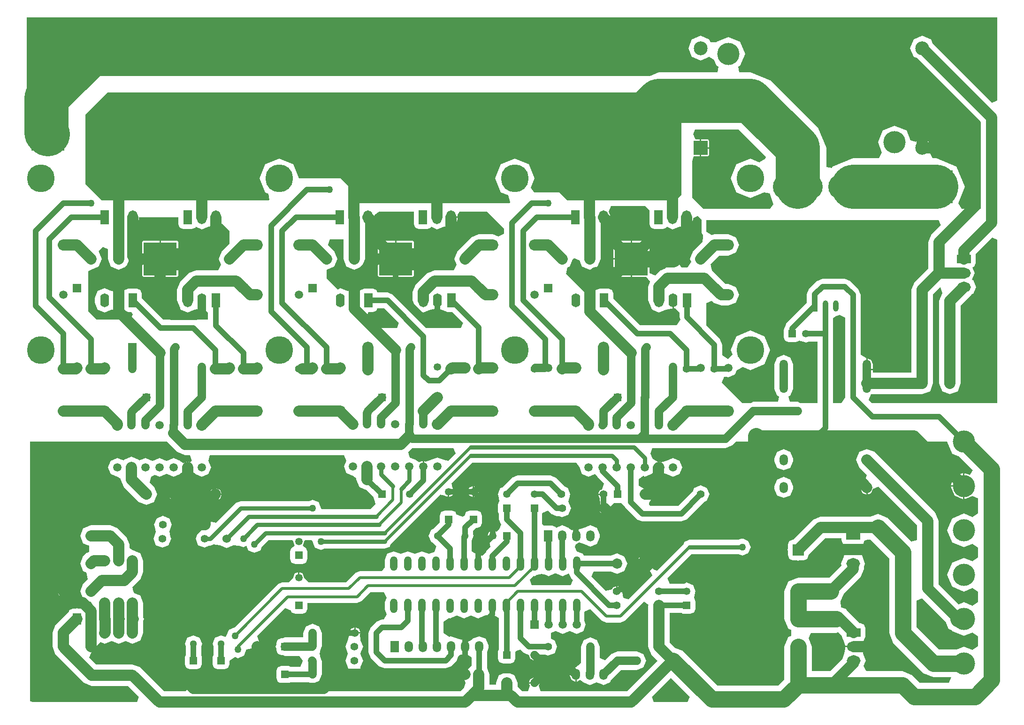
<source format=gbl>
G04 Layer_Physical_Order=2*
G04 Layer_Color=16711680*
%FSLAX44Y44*%
%MOMM*%
G71*
G01*
G75*
%ADD12C,1.0000*%
%ADD13C,8.0000*%
%ADD14C,2.0000*%
%ADD15C,1.5000*%
%ADD16C,3.0000*%
%ADD17C,0.5000*%
%ADD19C,0.8000*%
%ADD20C,5.0000*%
%ADD21C,1.5000*%
%ADD22R,1.5000X1.5000*%
%ADD23O,9.0000X4.5000*%
%ADD24O,1.0000X2.0000*%
%ADD25R,1.0000X2.0000*%
%ADD26R,1.5000X1.5000*%
%ADD27C,1.3500*%
%ADD28R,1.3500X1.3500*%
%ADD29C,1.4000*%
%ADD30R,1.6000X2.5000*%
%ADD31O,1.6000X2.5000*%
%ADD32R,6.0000X6.0000*%
%ADD33R,1.3500X1.3500*%
%ADD34C,1.3000*%
%ADD35C,1.8500*%
%ADD36R,1.8500X1.8500*%
%ADD37O,1.3208X2.6416*%
%ADD38O,1.5000X2.0000*%
%ADD39O,1.5000X2.0000*%
%ADD40C,1.3080*%
%ADD41R,5.0000X5.0000*%
%ADD42O,1.5000X6.0000*%
%ADD43R,2.5000X1.6000*%
%ADD44O,2.5000X1.6000*%
%ADD45R,2.5000X2.5000*%
%ADD46C,2.5000*%
%ADD47C,4.0000*%
%ADD48R,1.5000X2.0000*%
%ADD49O,1.5000X2.0000*%
%ADD50R,2.0000X2.0000*%
%ADD51C,2.0000*%
%ADD52C,1.5240*%
%ADD53C,1.2700*%
%ADD54C,4.0000*%
G36*
X1735929Y943864D02*
Y800000D01*
X1729247Y790000D01*
X1714071D01*
Y915000D01*
Y925000D01*
Y942569D01*
X1719100Y945929D01*
X1725929Y948757D01*
X1735929Y943864D01*
D02*
G37*
G36*
X2010000Y1335619D02*
X2000761Y1331792D01*
X1893396Y1439157D01*
X1890690Y1445690D01*
X1875000Y1452189D01*
X1859310Y1445690D01*
X1852811Y1430000D01*
X1859310Y1414310D01*
X1865843Y1411604D01*
X1980517Y1296930D01*
Y1140000D01*
X1946210D01*
X1939529Y1150000D01*
X1951955Y1180000D01*
X1936738Y1216738D01*
X1900000Y1231955D01*
X1893043D01*
X1887947Y1241955D01*
X1890753Y1248730D01*
X1875000D01*
Y1250000D01*
X1873730D01*
Y1265753D01*
X1864546Y1261949D01*
X1863021Y1261627D01*
X1853673Y1263945D01*
X1846430Y1281430D01*
X1825000Y1290307D01*
X1803570Y1281430D01*
X1794693Y1260000D01*
X1802168Y1241955D01*
X1797119Y1231955D01*
X1750000D01*
X1713262Y1216738D01*
X1711955Y1213582D01*
X1701955Y1215571D01*
Y1250000D01*
X1686738Y1286737D01*
X1601738Y1371738D01*
X1565000Y1386955D01*
X1544520D01*
X1542531Y1396955D01*
X1546431Y1398570D01*
X1555307Y1420000D01*
X1546431Y1441431D01*
X1525000Y1450307D01*
X1503570Y1441431D01*
X1503424Y1441078D01*
X1492600D01*
X1490690Y1445690D01*
X1475000Y1452189D01*
X1459310Y1445690D01*
X1452811Y1430000D01*
X1459310Y1414310D01*
X1475000Y1407811D01*
X1486880Y1412732D01*
X1490690Y1414310D01*
X1499014Y1409569D01*
X1503570Y1398570D01*
X1507469Y1396955D01*
X1505480Y1386955D01*
X1400000D01*
X1383209Y1380000D01*
X315000Y1380000D01*
X268310Y1333310D01*
X259071Y1337137D01*
Y1445000D01*
Y1455000D01*
Y1485929D01*
X2010000D01*
Y1335619D01*
D02*
G37*
G36*
X512447Y720000D02*
X531223Y701223D01*
X545000Y695517D01*
X553471D01*
X556919Y685517D01*
X553677Y682979D01*
X550870Y684141D01*
Y673800D01*
Y663459D01*
X557284Y666116D01*
X562873Y662575D01*
X563137Y661937D01*
X575000Y657023D01*
X586863Y661937D01*
X591777Y673800D01*
X586863Y685663D01*
X589206Y695517D01*
X831725D01*
X835579Y685517D01*
X831223Y675000D01*
X836137Y663137D01*
X848000Y658223D01*
X853917Y654269D01*
Y651600D01*
X859623Y637824D01*
X872689Y632412D01*
X884591Y620510D01*
Y618250D01*
X887127Y612127D01*
X887984Y607546D01*
X879862Y597989D01*
X791876D01*
X790532Y600000D01*
X785983Y610983D01*
X775000Y615532D01*
X768859Y612989D01*
X645000D01*
X635816Y609184D01*
X600675Y574044D01*
X588879Y576390D01*
X588502Y577302D01*
X582470Y579800D01*
Y570000D01*
X581200D01*
Y568730D01*
X571400D01*
X571482Y568531D01*
X568520Y556480D01*
X563764Y545000D01*
X568520Y533519D01*
X580000Y528764D01*
X587840Y532011D01*
X590000D01*
X596529Y534716D01*
X608045Y533045D01*
X620000Y528093D01*
X631955Y533045D01*
X642572Y532545D01*
X650000Y529468D01*
X655769Y531857D01*
X659017Y524017D01*
X670000Y519468D01*
X680983Y524017D01*
X683527Y530158D01*
X695380Y542011D01*
X738601D01*
X739945Y540000D01*
X740284Y539180D01*
X742520Y532568D01*
X737127Y527873D01*
X734591Y521750D01*
Y508250D01*
X737127Y502127D01*
X743250Y499591D01*
X756750D01*
X762873Y502127D01*
X765409Y508250D01*
Y521750D01*
X762873Y527873D01*
X757480Y532568D01*
X759716Y539180D01*
X760055Y540000D01*
X761399Y542011D01*
X773124D01*
X774468Y540000D01*
X779017Y529017D01*
X790000Y524468D01*
X796141Y527011D01*
X905000D01*
X914184Y530816D01*
X915808Y534735D01*
X1005444Y624371D01*
X1012890Y622890D01*
X1018730Y620471D01*
Y630000D01*
X1020000D01*
Y631270D01*
X1029529D01*
X1027110Y637111D01*
X1025629Y644557D01*
X1063084Y682011D01*
X1250736D01*
X1256223Y673800D01*
X1261137Y661937D01*
X1273000Y657023D01*
X1284863Y661937D01*
X1287888Y658007D01*
X1288450Y656650D01*
X1300536Y644565D01*
X1296912Y634047D01*
X1292698Y632302D01*
X1290476Y626937D01*
X1290200Y626270D01*
X1300000D01*
Y623730D01*
X1290200D01*
X1292698Y617698D01*
X1292783Y617663D01*
X1293898Y607301D01*
X1293572Y606513D01*
X1291400Y601270D01*
X1311000D01*
X1310750Y601874D01*
X1318250Y609591D01*
X1331750D01*
X1338889Y601724D01*
X1339250Y600850D01*
X1360050Y580050D01*
X1370000Y575929D01*
X1440000D01*
X1449950Y580050D01*
X1481254Y611355D01*
X1486480Y613520D01*
X1491236Y625000D01*
X1486480Y636480D01*
X1475000Y641236D01*
X1463519Y636480D01*
X1461355Y631254D01*
X1434171Y604071D01*
X1384225D01*
X1382110Y607066D01*
X1381862Y609037D01*
X1386774Y617795D01*
X1386868Y617793D01*
X1392656Y617219D01*
X1397530Y615200D01*
Y625000D01*
Y634800D01*
X1396863Y634524D01*
X1392656Y632781D01*
X1386868Y632207D01*
X1382110Y632110D01*
X1380817Y632646D01*
X1376270Y634529D01*
Y625000D01*
X1373730D01*
Y634529D01*
X1373271Y634339D01*
X1363271Y640557D01*
Y652716D01*
X1371586Y658271D01*
X1374600Y657023D01*
X1386463Y661937D01*
X1386728Y662575D01*
X1392316Y666116D01*
X1398730Y663459D01*
Y673800D01*
Y684141D01*
X1397589Y683669D01*
X1387589Y689823D01*
Y690400D01*
X1384348Y698223D01*
X1388212Y708223D01*
X1520000D01*
X1520000Y708223D01*
X1531863Y713137D01*
X1538726Y720000D01*
X1919693D01*
X1928570Y698570D01*
X1941635Y693158D01*
X1966340Y668453D01*
X1960676Y659975D01*
X1951270Y663871D01*
Y640000D01*
Y616129D01*
X1965105Y621860D01*
X1975105Y617537D01*
Y590732D01*
X1965105Y584050D01*
X1950000Y590307D01*
X1928570Y581430D01*
X1919693Y560000D01*
X1928570Y538570D01*
X1950000Y529693D01*
X1965105Y535950D01*
X1975105Y529268D01*
Y510732D01*
X1965105Y504050D01*
X1950000Y510307D01*
X1928570Y501430D01*
X1919693Y480000D01*
X1928570Y458570D01*
X1950000Y449693D01*
X1965105Y455950D01*
X1975105Y449268D01*
Y430732D01*
X1965105Y424051D01*
X1950000Y430307D01*
X1940982Y426572D01*
X1904483Y463070D01*
Y577500D01*
X1898777Y591277D01*
X1788777Y701276D01*
X1775000Y706983D01*
X1761224Y701276D01*
X1755517Y687500D01*
X1761224Y673723D01*
X1774841Y660106D01*
X1771420Y649384D01*
X1767316Y647684D01*
X1764133Y640000D01*
Y638770D01*
X1775000D01*
Y637500D01*
X1776270D01*
Y624659D01*
X1782684Y627316D01*
X1785867Y635000D01*
X1795867Y639079D01*
X1865517Y569430D01*
Y542756D01*
X1865194Y542546D01*
X1855517Y539690D01*
X1812603Y582603D01*
X1795000Y589895D01*
X1781934Y584483D01*
X1691000D01*
X1677223Y578777D01*
X1642106Y543659D01*
X1641000D01*
X1634877Y541123D01*
X1632341Y535000D01*
Y526989D01*
X1631517Y525000D01*
X1632341Y523011D01*
Y515000D01*
X1634877Y508877D01*
X1641000Y506341D01*
X1649011D01*
X1651000Y505517D01*
X1652989Y506341D01*
X1661000D01*
X1667123Y508877D01*
X1669659Y515000D01*
Y516106D01*
X1699070Y545517D01*
X1728841D01*
Y542800D01*
X1731377Y536677D01*
X1734983Y527680D01*
X1734590Y526670D01*
X1750000D01*
X1765410D01*
X1765017Y527680D01*
X1768623Y536677D01*
X1770780Y541885D01*
X1775753Y543183D01*
X1781159Y543634D01*
X1815105Y509688D01*
Y375000D01*
X1822397Y357397D01*
X1877397Y302396D01*
X1895000Y295105D01*
X1927287D01*
X1927459Y294895D01*
X1922729Y284895D01*
X1870312D01*
X1856603Y298603D01*
X1839000Y305895D01*
X1775051D01*
X1773240Y307348D01*
X1769047Y315895D01*
X1772819Y325000D01*
X1767746Y337246D01*
X1765963Y346639D01*
X1766314Y348964D01*
X1766383Y349130D01*
X1751000D01*
X1735618D01*
X1735687Y348964D01*
X1736038Y346639D01*
X1734254Y337246D01*
X1734254D01*
X1734254Y337246D01*
X1730409Y327962D01*
X1708342Y305895D01*
X1675895D01*
Y350000D01*
X1669638Y365105D01*
X1674167Y375105D01*
X1720000D01*
X1722929Y376318D01*
X1729841Y369406D01*
Y367800D01*
X1732377Y361677D01*
X1735983Y352680D01*
X1735590Y351670D01*
X1751000D01*
X1766411D01*
X1766017Y352680D01*
X1769623Y361677D01*
X1770736Y364364D01*
X1772159Y367800D01*
Y383800D01*
X1769623Y389923D01*
X1763500Y392459D01*
X1761894D01*
X1740577Y413777D01*
X1738901Y414471D01*
X1737603Y417604D01*
X1727812Y421659D01*
X1727604Y432380D01*
X1727665Y432544D01*
X1733015Y445462D01*
X1763777Y476223D01*
X1769483Y490000D01*
Y494362D01*
X1771818Y500000D01*
X1766746Y512246D01*
X1764963Y521638D01*
X1765314Y523964D01*
X1765382Y524130D01*
X1750000D01*
X1734618D01*
X1734686Y523964D01*
X1735037Y521638D01*
X1733254Y512246D01*
X1733254D01*
X1733254Y512246D01*
X1728182Y500000D01*
X1729431Y496984D01*
X1707342Y474895D01*
X1651000D01*
X1633397Y467604D01*
X1626105Y450000D01*
Y400000D01*
X1633397Y382397D01*
X1638188Y380412D01*
Y369588D01*
X1633397Y367603D01*
X1626105Y350000D01*
Y300000D01*
Y291312D01*
X1614688Y279895D01*
X1505312D01*
X1442603Y342604D01*
X1429538Y348016D01*
X1419483Y358070D01*
Y410929D01*
X1440020D01*
X1443250Y409591D01*
X1456750D01*
X1462873Y412127D01*
X1465409Y418250D01*
Y431750D01*
X1462873Y437873D01*
X1465016Y447709D01*
X1465965Y450000D01*
X1461289Y461289D01*
X1450000Y465965D01*
X1445427Y464071D01*
X1419286D01*
X1415144Y474071D01*
X1458084Y517011D01*
X1543859D01*
X1550000Y514468D01*
X1560983Y519017D01*
X1565532Y530000D01*
X1560983Y540983D01*
X1550000Y545532D01*
X1543859Y542989D01*
X1455000D01*
X1445816Y539184D01*
X1444192Y535265D01*
X1396238Y487311D01*
X1390932Y489286D01*
X1386999Y492214D01*
X1386999Y496245D01*
X1386999Y496245D01*
X1386999Y496255D01*
Y498730D01*
X1376270D01*
Y488001D01*
X1378745D01*
X1378755Y488001D01*
X1378755D01*
X1382786Y488001D01*
X1385714Y484068D01*
X1387689Y478762D01*
X1344570Y435643D01*
X1335035Y437956D01*
X1333342Y448107D01*
X1333600Y448730D01*
X1323800D01*
Y450000D01*
X1322530D01*
Y459800D01*
X1316499Y457302D01*
X1315105Y453937D01*
X1304235Y450664D01*
X1278209Y476690D01*
X1282036Y485929D01*
X1313094D01*
X1324200Y481329D01*
X1337403Y486797D01*
X1342871Y500000D01*
X1337403Y513203D01*
X1324200Y518671D01*
X1313094Y514071D01*
X1263914D01*
X1262377Y517781D01*
X1251200Y522411D01*
X1247786Y529555D01*
X1249928Y534585D01*
X1255815Y538028D01*
X1264337Y535637D01*
X1276200Y530723D01*
X1288063Y535637D01*
X1292977Y547500D01*
Y552500D01*
X1288063Y564363D01*
X1276200Y569277D01*
X1264337Y564363D01*
X1254834Y561696D01*
X1252070Y562841D01*
Y550000D01*
X1249530D01*
Y562841D01*
X1243116Y560184D01*
X1237528Y563725D01*
X1237263Y564363D01*
X1225400Y569277D01*
X1214233Y564651D01*
X1213623Y566123D01*
X1207500Y568659D01*
X1192500D01*
X1189071Y570950D01*
Y590019D01*
X1189618Y591340D01*
X1199648Y595453D01*
X1205050Y590050D01*
X1215000Y585929D01*
X1219774D01*
X1225000Y583764D01*
X1236480Y588519D01*
X1241236Y600000D01*
X1236480Y611480D01*
X1238562Y621442D01*
X1240036Y625000D01*
X1235280Y636480D01*
X1230054Y638645D01*
X1213750Y654950D01*
X1203800Y659071D01*
X1145000D01*
X1135050Y654950D01*
X1118284Y638183D01*
X1113711Y636289D01*
X1109035Y625000D01*
X1109984Y622709D01*
X1112127Y612873D01*
X1109591Y606750D01*
Y593250D01*
X1110929Y590019D01*
Y580000D01*
X1115050Y570050D01*
X1112127Y562873D01*
X1107432Y557480D01*
X1101270Y559564D01*
Y550000D01*
X1100000D01*
Y548730D01*
X1090471D01*
X1092890Y542890D01*
X1093567Y542609D01*
X1095914Y530813D01*
X1088850Y523750D01*
X1087230Y519837D01*
X1081350Y514471D01*
X1075489Y515636D01*
X1074670Y515975D01*
Y500000D01*
X1072130D01*
Y515975D01*
X1072071Y515951D01*
X1062071Y522338D01*
Y541252D01*
X1065695Y550000D01*
X1064071Y553920D01*
Y559171D01*
X1069490Y564591D01*
X1071750D01*
X1077873Y567127D01*
X1080409Y573250D01*
Y586750D01*
X1077873Y592873D01*
X1071750Y595409D01*
X1058250D01*
X1052127Y592873D01*
X1049591Y586750D01*
X1045409Y584732D01*
X1042794Y585260D01*
X1034334Y589345D01*
X1032873Y592873D01*
X1026750Y595409D01*
X1013250D01*
X1007127Y592873D01*
X1004591Y586750D01*
Y574490D01*
X992822Y562721D01*
X988902Y561098D01*
X984305Y550000D01*
X988902Y538902D01*
X992822Y537279D01*
X998450Y531650D01*
X994617Y521341D01*
X992662Y520532D01*
X984500Y518214D01*
X976338Y520532D01*
X971800Y522411D01*
X967262Y520532D01*
X959100Y518214D01*
X950938Y520532D01*
X946400Y522411D01*
X941862Y520532D01*
X933700Y518214D01*
X925538Y520532D01*
X921000Y522411D01*
X909822Y517781D01*
X905193Y506604D01*
Y493396D01*
X900495Y486365D01*
X860000D01*
X851964Y483036D01*
X835292Y466365D01*
X767303D01*
X760055Y475000D01*
X757110Y482110D01*
X751270Y484529D01*
Y475000D01*
X748730D01*
Y484529D01*
X742890Y482110D01*
X739945Y475000D01*
X732697Y466365D01*
X720000D01*
X711964Y463036D01*
X634077Y385150D01*
X624017Y380983D01*
X619468Y370000D01*
X617186Y367718D01*
X610000Y370695D01*
X598902Y366098D01*
X594305Y355000D01*
X595929Y351080D01*
Y334981D01*
X594591Y331750D01*
Y318250D01*
X597127Y312127D01*
X603250Y309591D01*
X616750D01*
X622873Y312127D01*
X625409Y318250D01*
Y324688D01*
X635409Y331369D01*
X640000Y329468D01*
X650983Y334017D01*
X655532Y345000D01*
X664771Y346808D01*
X666488Y346273D01*
X667890Y342890D01*
X673730Y340470D01*
Y350000D01*
X675000D01*
Y351270D01*
X684529D01*
X682110Y357110D01*
X678727Y358512D01*
X675367Y369294D01*
X725352Y419279D01*
X735725Y415511D01*
X737127Y412127D01*
X743250Y409591D01*
X756750D01*
X762873Y412127D01*
X765409Y418250D01*
Y428635D01*
X855000D01*
X863036Y431964D01*
X879708Y448635D01*
X903810D01*
X908602Y438635D01*
X905193Y430404D01*
Y417196D01*
X908558Y409071D01*
X903704Y399071D01*
X900000D01*
X890050Y394950D01*
X880050Y384950D01*
X875929Y375000D01*
Y340000D01*
X880050Y330050D01*
X895050Y315050D01*
X905000Y310929D01*
X1015000D01*
X1024950Y315050D01*
X1034950Y325051D01*
X1037722Y331744D01*
X1039841Y335168D01*
X1049071Y337183D01*
X1049130Y337159D01*
Y350000D01*
Y362841D01*
X1046367Y361696D01*
X1036863Y364363D01*
X1025000Y369277D01*
X1021271Y367732D01*
X1011271Y374414D01*
Y395257D01*
X1021271Y401939D01*
X1022600Y401389D01*
X1033777Y406019D01*
X1036823Y406019D01*
X1048000Y401389D01*
X1059177Y406019D01*
X1062223Y406019D01*
X1073400Y401389D01*
X1084577Y406019D01*
X1096351Y408313D01*
X1097530Y407825D01*
Y423800D01*
X1100070D01*
Y407825D01*
X1100929Y408181D01*
X1110929Y402262D01*
Y344980D01*
X1109591Y341750D01*
Y328250D01*
X1112127Y322127D01*
X1118250Y319591D01*
X1131750D01*
X1137873Y322127D01*
X1140409Y328250D01*
Y340549D01*
X1143530Y343000D01*
X1149648Y345452D01*
X1155010Y340090D01*
X1156142Y339622D01*
X1164944Y335000D01*
X1167890Y327890D01*
X1170018Y327008D01*
X1172871Y325826D01*
X1173730Y325471D01*
Y335000D01*
X1176270D01*
Y325471D01*
X1182110Y327890D01*
X1182992Y330018D01*
X1185055Y335000D01*
X1185703Y335969D01*
X1194677D01*
X1200000Y333764D01*
X1211481Y338519D01*
X1216236Y350000D01*
X1211481Y361480D01*
X1204831Y364235D01*
X1204831Y375059D01*
X1212263Y378137D01*
X1213937Y378137D01*
X1225800Y373223D01*
X1237663Y378137D01*
X1239337Y378137D01*
X1251200Y373223D01*
X1263063Y378137D01*
X1267977Y390000D01*
X1265271Y396533D01*
Y413004D01*
X1265713Y414072D01*
X1276246Y417681D01*
X1296964Y396964D01*
X1305000Y393635D01*
X1330000D01*
X1338036Y396964D01*
X1372253Y431181D01*
X1380731Y425516D01*
X1380517Y425000D01*
Y350000D01*
X1386224Y336223D01*
X1397447Y325000D01*
X1341930Y269483D01*
X1186769D01*
X1182770Y279483D01*
X1184174Y282871D01*
X1184529Y283730D01*
X1165471D01*
X1165826Y282871D01*
X1167230Y279483D01*
X1163231Y269483D01*
X1153070D01*
X1146276Y276277D01*
X1144483Y277020D01*
Y285000D01*
X1138777Y298777D01*
X1125000Y304483D01*
X1120965Y302812D01*
X1111223Y298777D01*
X1105517Y285000D01*
Y281983D01*
X1094483D01*
Y300000D01*
X1089871Y311134D01*
Y340967D01*
X1092577Y347500D01*
Y352500D01*
X1087663Y364363D01*
X1075800Y369277D01*
X1063937Y364363D01*
X1063673Y363725D01*
X1058084Y360184D01*
X1051670Y362841D01*
Y350000D01*
Y337159D01*
X1051729Y337183D01*
X1061729Y330501D01*
Y315557D01*
X1054053Y308377D01*
X1051270Y309529D01*
Y300000D01*
X1050000D01*
Y298730D01*
X1040471D01*
X1042890Y292890D01*
X1048985Y290365D01*
X1051190Y285255D01*
X1048724Y276277D01*
X1041930Y269483D01*
X623742D01*
X620055Y275000D01*
X617110Y282110D01*
X611270Y284529D01*
Y275000D01*
X608730D01*
Y284529D01*
X602890Y282110D01*
X599944Y275000D01*
X596258Y269483D01*
X573742D01*
X570056Y275000D01*
X567110Y282110D01*
X561270Y284529D01*
Y275000D01*
X558730D01*
Y284529D01*
X552890Y282110D01*
X549944Y275000D01*
X546258Y269483D01*
X506870D01*
X463777Y312577D01*
X450000Y318283D01*
X384270D01*
X371848Y330706D01*
X371848Y330706D01*
X376238Y340457D01*
X382110Y342890D01*
X384529Y348730D01*
X375000D01*
Y351270D01*
X384817D01*
X392267Y358720D01*
X400000Y355517D01*
X412500Y360695D01*
X425000Y355517D01*
X437500Y360695D01*
X450000Y355517D01*
X463777Y361223D01*
X469483Y375000D01*
Y397103D01*
X470683Y400000D01*
X469483Y402897D01*
Y428800D01*
X463777Y442577D01*
X452759Y447140D01*
X451372Y450303D01*
X450075Y457522D01*
X463777Y471223D01*
X469483Y485000D01*
Y505000D01*
X463777Y518777D01*
X450000Y524483D01*
X444483Y528170D01*
Y535000D01*
X438777Y548777D01*
X423777Y563777D01*
X410000Y569483D01*
X375000D01*
X361223Y563777D01*
X355517Y550000D01*
X361223Y536223D01*
X371718Y531876D01*
X372262Y521278D01*
X366224Y518777D01*
X361223Y513777D01*
X355517Y500000D01*
X361223Y486223D01*
X367096Y483791D01*
X369442Y471995D01*
X361223Y463777D01*
X355517Y450000D01*
X361223Y436223D01*
X375000Y430517D01*
X380517Y421978D01*
Y417054D01*
X375000Y413367D01*
X374458Y413143D01*
X367107Y410487D01*
X363223Y416123D01*
X357100Y418659D01*
X351589D01*
X349600Y419483D01*
X347611Y418659D01*
X342100D01*
X335977Y416123D01*
X334427Y412380D01*
X311223Y389177D01*
X305517Y375400D01*
Y350000D01*
X311223Y336223D01*
X362423Y285023D01*
X376200Y279317D01*
X441930D01*
X462008Y259239D01*
X458181Y250000D01*
X270000D01*
X265000Y252071D01*
Y720000D01*
X512447D01*
D02*
G37*
G36*
X955000Y708223D02*
X955000Y708223D01*
X1029085D01*
X1032911Y698984D01*
X1019376Y685448D01*
X1012263Y686863D01*
X1000400Y691777D01*
X988537Y686863D01*
X979034Y684196D01*
X976270Y685341D01*
Y675000D01*
X973730D01*
Y685341D01*
X967316Y682684D01*
X961727Y686225D01*
X961463Y686863D01*
X950451Y691424D01*
X947475Y701016D01*
X947976Y701223D01*
X954983Y708230D01*
X955000Y708223D01*
D02*
G37*
G36*
X2010000Y1084381D02*
X2010000Y790000D01*
X1782957D01*
X1778461Y795543D01*
X1782437Y805517D01*
X1875000D01*
X1888777Y811224D01*
X1894483Y825000D01*
Y900000D01*
X1894483Y900000D01*
Y986130D01*
X1907109Y998756D01*
X1907736Y998631D01*
X1911221Y987982D01*
X1911134Y987759D01*
X1905517Y974200D01*
Y900000D01*
Y825000D01*
X1911223Y811224D01*
X1925000Y805517D01*
X1938777Y811224D01*
X1944483Y825000D01*
Y900000D01*
Y966130D01*
X1963777Y985423D01*
X1963927Y985786D01*
X1966746Y986954D01*
X1971819Y999200D01*
X1966746Y1011446D01*
X1964432Y1012404D01*
X1969483Y1024600D01*
X1965370Y1034530D01*
X1968623Y1035877D01*
X1971159Y1042000D01*
Y1058000D01*
X1970982Y1058428D01*
X2000761Y1088208D01*
X2010000Y1084381D01*
D02*
G37*
G36*
X1916984Y395462D02*
X1922396Y382397D01*
X1927935Y380103D01*
X1928570Y378570D01*
X1950000Y369693D01*
X1965105Y375950D01*
X1975105Y369268D01*
Y350732D01*
X1965105Y344050D01*
X1950000Y350307D01*
X1936935Y344895D01*
X1905312D01*
X1864895Y385312D01*
Y433410D01*
X1874895Y437552D01*
X1916984Y395462D01*
D02*
G37*
G36*
X1382541Y1137500D02*
Y1112500D01*
X1385077Y1106377D01*
X1391200Y1103841D01*
X1407200D01*
X1413323Y1106377D01*
X1413845Y1107637D01*
X1424600Y1103182D01*
X1436846Y1108254D01*
X1446239Y1110037D01*
X1448564Y1109687D01*
X1448730Y1109618D01*
Y1125000D01*
X1451270D01*
Y1109618D01*
X1458067Y1112433D01*
X1458553Y1113605D01*
X1461409Y1120500D01*
Y1123486D01*
X1470285Y1127162D01*
X1476665Y1120782D01*
X1476341Y1120000D01*
X1476341Y1099094D01*
X1476680Y1098275D01*
X1476507Y1097405D01*
X1477911Y1095304D01*
X1478877Y1092971D01*
X1479713Y1088890D01*
X1478466Y1081019D01*
X1461223Y1063776D01*
X1455517Y1050000D01*
X1457802Y1044483D01*
X1451120Y1034483D01*
X1439937D01*
X1434499Y1043250D01*
X1434499Y1044483D01*
Y1048730D01*
X1415501D01*
Y1044483D01*
X1415501Y1043721D01*
X1415465Y1043058D01*
X1414578Y1038328D01*
X1411509Y1033037D01*
X1401223Y1028777D01*
X1392749Y1020302D01*
X1382749Y1024445D01*
X1382749Y1024666D01*
X1382749Y1024666D01*
X1382749Y1024802D01*
Y1048730D01*
X1351270D01*
Y1017251D01*
X1375973D01*
X1376839Y1017251D01*
X1377352Y1016680D01*
X1383359Y1009168D01*
X1383838Y1008016D01*
X1380517Y1000000D01*
Y975000D01*
X1386224Y961223D01*
X1386587Y961073D01*
X1387754Y958254D01*
X1400000Y953182D01*
X1412246Y958254D01*
X1421639Y960037D01*
X1423964Y959686D01*
X1424130Y959617D01*
Y975000D01*
X1426670D01*
Y959589D01*
X1428427Y960274D01*
X1436729Y952960D01*
Y944200D01*
X1438469Y940000D01*
X1432035Y930000D01*
X1365699Y930000D01*
X1317459Y978240D01*
Y987500D01*
X1314923Y993623D01*
X1308800Y996159D01*
X1292800D01*
X1286677Y993623D01*
X1277680Y990017D01*
X1276670Y990410D01*
Y975000D01*
X1274130D01*
Y990382D01*
X1267404Y987596D01*
X1232288Y1022712D01*
X1234634Y1034508D01*
X1238776Y1036223D01*
X1244117Y1049117D01*
X1246278Y1051278D01*
X1256579Y1047437D01*
X1261224Y1036223D01*
X1275000Y1030517D01*
X1288777Y1036223D01*
X1294483Y1050000D01*
Y1099483D01*
X1295000Y1100000D01*
Y1105751D01*
X1300000Y1109092D01*
X1308067Y1112433D01*
X1311408Y1120500D01*
Y1123730D01*
X1300000D01*
Y1126270D01*
X1311408D01*
Y1129500D01*
X1308950Y1135435D01*
X1313699Y1145000D01*
X1374824D01*
X1382541Y1137500D01*
D02*
G37*
G36*
X1908208Y1110761D02*
X1891624Y1094177D01*
X1885917Y1080400D01*
Y1032670D01*
X1861223Y1007977D01*
X1855517Y994200D01*
Y900000D01*
X1855517Y900000D01*
Y844483D01*
X1785867D01*
Y848730D01*
X1776270D01*
Y837500D01*
X1773730D01*
Y870710D01*
X1764071Y877164D01*
Y985000D01*
X1759950Y994950D01*
X1744950Y1009950D01*
X1735000Y1014071D01*
X1695000D01*
X1685050Y1009950D01*
X1670950Y995850D01*
X1666829Y985900D01*
Y970828D01*
X1630050Y934050D01*
X1627567Y928055D01*
X1627127Y927873D01*
X1624591Y921750D01*
Y908250D01*
X1627127Y902127D01*
X1633250Y899591D01*
X1646750D01*
X1652873Y902127D01*
X1662709Y899984D01*
X1665000Y899035D01*
X1669573Y900929D01*
X1685929D01*
Y790000D01*
X1654290D01*
X1650000Y791777D01*
X1635570D01*
X1633581Y801777D01*
X1636863Y803137D01*
X1641777Y815000D01*
Y860000D01*
X1636863Y871863D01*
X1625000Y876777D01*
X1613137Y871863D01*
X1608223Y860000D01*
Y847500D01*
Y827500D01*
Y815000D01*
X1613137Y803137D01*
X1616419Y801777D01*
X1614430Y791777D01*
X1570000D01*
X1565710Y790000D01*
X1550000D01*
X1512871Y827129D01*
X1517013Y837129D01*
X1522813D01*
X1525000Y836223D01*
X1536863Y841137D01*
X1540036Y848797D01*
X1551016Y855073D01*
X1565000Y849281D01*
X1590257Y859743D01*
X1600719Y885000D01*
X1590257Y910257D01*
X1565000Y920719D01*
X1539743Y910257D01*
X1529281Y885000D01*
X1532367Y877550D01*
X1525022Y869801D01*
X1524797Y869693D01*
X1524071Y869392D01*
X1514071Y876074D01*
Y895000D01*
X1509950Y904950D01*
X1485000Y929900D01*
X1485000Y970304D01*
X1495000Y974447D01*
X1498223Y971223D01*
X1512000Y965517D01*
X1525000D01*
X1538777Y971223D01*
X1544483Y985000D01*
X1538777Y998776D01*
X1525000Y1004483D01*
X1520070D01*
X1513777Y1010776D01*
X1495776Y1028777D01*
X1495359Y1028950D01*
X1493215Y1040662D01*
X1508070Y1055517D01*
X1525000D01*
X1538777Y1061224D01*
X1544483Y1075000D01*
X1538777Y1088777D01*
X1525000Y1094483D01*
X1500000D01*
X1495000Y1092412D01*
X1485000Y1099094D01*
X1485000Y1120000D01*
X1904381Y1120000D01*
X1908208Y1110761D01*
D02*
G37*
G36*
X930862Y934239D02*
X927035Y925000D01*
X890000D01*
X871159Y943841D01*
X875302Y953841D01*
X883800D01*
X889923Y956377D01*
X891808Y960929D01*
X904172D01*
X930862Y934239D01*
D02*
G37*
G36*
X1592499Y1234025D02*
X1591819Y1230434D01*
X1580482Y1224306D01*
X1565000Y1230719D01*
X1539743Y1220257D01*
X1529281Y1195000D01*
X1539743Y1169743D01*
X1565000Y1159281D01*
X1589497Y1169428D01*
X1599496Y1167908D01*
X1604156Y1156656D01*
X1606566Y1148850D01*
X1600231Y1140000D01*
X1480000D01*
X1460000Y1160000D01*
Y1225512D01*
X1462500Y1234751D01*
X1473730D01*
Y1250000D01*
Y1265249D01*
X1465555D01*
X1461162Y1274695D01*
X1465068Y1283045D01*
X1543480D01*
X1592499Y1234025D01*
D02*
G37*
G36*
X1120000Y1105000D02*
Y1095619D01*
X1110000Y1090341D01*
X1100000Y1094483D01*
X1075000D01*
X1061224Y1088777D01*
X1036223Y1063776D01*
X1030517Y1050000D01*
X1034873Y1039483D01*
X1029898Y1029483D01*
X995000D01*
X985258Y1025448D01*
X981223Y1023777D01*
X961223Y1003776D01*
X955517Y990000D01*
Y975000D01*
X961223Y961223D01*
X961586Y961073D01*
X962754Y958254D01*
X975000Y953182D01*
X987246Y958254D01*
X996638Y960037D01*
X998964Y959686D01*
X999130Y959617D01*
Y975000D01*
X1001670D01*
Y959589D01*
X1002680Y959983D01*
X1011677Y956377D01*
X1014364Y955264D01*
X1017800Y953841D01*
X1027059D01*
X1046661Y934239D01*
X1042834Y925000D01*
X979900Y925000D01*
X919950Y984950D01*
X910000Y989071D01*
X891808D01*
X889923Y993623D01*
X883800Y996159D01*
X867800D01*
X861677Y993623D01*
X852680Y990017D01*
X851670Y990410D01*
Y975000D01*
X849130D01*
Y990382D01*
X848707Y990207D01*
X837246Y991746D01*
X825000Y996818D01*
X820179Y994821D01*
X800000Y1015000D01*
Y1030517D01*
X800000Y1030517D01*
X813777Y1036224D01*
X819483Y1050000D01*
X813777Y1063777D01*
X802554Y1075000D01*
X806165Y1085000D01*
X830517D01*
Y1050000D01*
X836223Y1036223D01*
X850000Y1030517D01*
X863776Y1036223D01*
X869483Y1050000D01*
Y1105405D01*
X875000Y1109092D01*
X883067Y1112433D01*
X886408Y1120500D01*
Y1123730D01*
X875000D01*
Y1126270D01*
X886408D01*
Y1129500D01*
X894954Y1135000D01*
X957541D01*
Y1112500D01*
X960077Y1106377D01*
X966200Y1103841D01*
X982200D01*
X988323Y1106377D01*
X988845Y1107637D01*
X999600Y1103182D01*
X1011846Y1108254D01*
X1021239Y1110037D01*
X1023564Y1109687D01*
X1023730Y1109618D01*
Y1125000D01*
X1025000D01*
Y1126270D01*
X1036409D01*
Y1129500D01*
X1040084Y1135000D01*
X1090000D01*
X1120000Y1105000D01*
D02*
G37*
G36*
X601670Y1109618D02*
X608467Y1112433D01*
X612220Y1113180D01*
X625000Y1100400D01*
Y1077553D01*
X611223Y1063776D01*
X605517Y1050000D01*
X609873Y1039483D01*
X604898Y1029483D01*
X565000D01*
X551223Y1023777D01*
X535824Y1008377D01*
X530117Y994600D01*
Y975000D01*
X535824Y961223D01*
X536187Y961073D01*
X537354Y958254D01*
X549600Y953182D01*
X561846Y958254D01*
X571239Y960037D01*
X573564Y959686D01*
X573730Y959617D01*
Y975000D01*
X576270D01*
Y959589D01*
X578027Y960274D01*
X586329Y952960D01*
Y940000D01*
X505299D01*
X467059Y978240D01*
Y987500D01*
X464523Y993623D01*
X458400Y996159D01*
X442400D01*
X436277Y993623D01*
X427280Y990017D01*
X426270Y990410D01*
Y975000D01*
Y959589D01*
X427280Y959983D01*
X436277Y956377D01*
X438964Y955264D01*
X442400Y953841D01*
X447798D01*
X450724Y950000D01*
X445771Y940000D01*
X385000D01*
X370000Y955000D01*
Y1027176D01*
X375000Y1030517D01*
X388777Y1036223D01*
X394483Y1050000D01*
X388777Y1063776D01*
X388777Y1063777D01*
X396278Y1071278D01*
X405517Y1067451D01*
Y1050000D01*
X411223Y1036223D01*
X425000Y1030517D01*
X438777Y1036223D01*
X444483Y1050000D01*
Y1105138D01*
X450400Y1109092D01*
X458467Y1112433D01*
X461808Y1120500D01*
Y1125000D01*
X532941D01*
Y1112500D01*
X535477Y1106377D01*
X541600Y1103841D01*
X557600D01*
X563723Y1106377D01*
X564245Y1107637D01*
X575000Y1103182D01*
X587246Y1108254D01*
X596639Y1110037D01*
X598964Y1109687D01*
X599130Y1109618D01*
Y1125000D01*
X601670D01*
Y1109618D01*
D02*
G37*
G36*
X1225800Y477589D02*
X1236977Y482219D01*
X1241250Y473850D01*
X1244497Y470604D01*
X1240670Y461365D01*
X1170503D01*
X1166677Y470604D01*
X1174053Y477981D01*
X1175000Y477589D01*
X1179538Y479468D01*
X1187700Y481786D01*
X1195862Y479468D01*
X1200400Y477589D01*
X1211577Y482219D01*
X1214622Y482219D01*
X1225800Y477589D01*
D02*
G37*
G36*
X1440000Y1345000D02*
Y1165000D01*
X1430000Y1155000D01*
X1235000D01*
X1220000Y1170000D01*
X1174363D01*
X1168808Y1178315D01*
X1175719Y1195000D01*
X1165257Y1220257D01*
X1140000Y1230719D01*
X1114743Y1220257D01*
X1104281Y1195000D01*
X1114743Y1169743D01*
X1127633Y1164404D01*
X1131094Y1152146D01*
X1129537Y1150000D01*
X850000D01*
Y1185000D01*
X840000Y1195000D01*
X750719D01*
X740257Y1220257D01*
X715000Y1230719D01*
X689743Y1220257D01*
X679281Y1195000D01*
X689743Y1169743D01*
X695369Y1167412D01*
X696575Y1156089D01*
X695348Y1155241D01*
X694315Y1155000D01*
X395000D01*
X365000Y1185000D01*
X365000Y1310000D01*
X405000Y1350000D01*
X1435000D01*
X1440000Y1345000D01*
D02*
G37*
G36*
X1455554Y259239D02*
X1451728Y250000D01*
X1390619D01*
X1386792Y259239D01*
X1421173Y293620D01*
X1455554Y259239D01*
D02*
G37*
%LPC*%
G36*
X1876270Y1265753D02*
Y1251270D01*
X1890753D01*
X1886511Y1261511D01*
X1876270Y1265753D01*
D02*
G37*
G36*
X998730Y1449283D02*
X978922Y1441078D01*
X970717Y1421270D01*
X998730D01*
Y1449283D01*
D02*
G37*
G36*
X1273730D02*
X1253922Y1441078D01*
X1245717Y1421270D01*
X1273730D01*
Y1449283D01*
D02*
G37*
G36*
X448730D02*
X428922Y1441078D01*
X420717Y1421270D01*
X448730D01*
Y1449283D01*
D02*
G37*
G36*
X723730D02*
X703922Y1441078D01*
X695717Y1421270D01*
X723730D01*
Y1449283D01*
D02*
G37*
G36*
X1001270D02*
Y1421270D01*
X1029283D01*
X1021078Y1441078D01*
X1001270Y1449283D01*
D02*
G37*
G36*
X1276270D02*
Y1421270D01*
X1304283D01*
X1296078Y1441078D01*
X1276270Y1449283D01*
D02*
G37*
G36*
X451270D02*
Y1421270D01*
X479283D01*
X471078Y1441078D01*
X451270Y1449283D01*
D02*
G37*
G36*
X726270D02*
Y1421270D01*
X754283D01*
X746078Y1441078D01*
X726270Y1449283D01*
D02*
G37*
G36*
X1304283Y1418730D02*
X1276270D01*
Y1390717D01*
X1296078Y1398922D01*
X1304283Y1418730D01*
D02*
G37*
G36*
X998730D02*
X970717D01*
X978922Y1398922D01*
X998730Y1390717D01*
Y1418730D01*
D02*
G37*
G36*
X723730D02*
X695717D01*
X703922Y1398922D01*
X723730Y1390717D01*
Y1418730D01*
D02*
G37*
G36*
X448730D02*
X420717D01*
X428922Y1398922D01*
X448730Y1390717D01*
Y1418730D01*
D02*
G37*
G36*
X754283D02*
X726270D01*
Y1390717D01*
X746078Y1398922D01*
X754283Y1418730D01*
D02*
G37*
G36*
X1029283D02*
X1001270D01*
Y1390717D01*
X1021078Y1398922D01*
X1029283Y1418730D01*
D02*
G37*
G36*
X1273730D02*
X1245717D01*
X1253922Y1398922D01*
X1273730Y1390717D01*
Y1418730D01*
D02*
G37*
G36*
X479283D02*
X451270D01*
Y1390717D01*
X471078Y1398922D01*
X479283Y1418730D01*
D02*
G37*
G36*
X1373730Y498730D02*
X1363001D01*
Y490750D01*
X1363806Y488806D01*
X1365750Y488001D01*
X1373730D01*
Y498730D01*
D02*
G37*
G36*
X1614047Y523730D02*
X1602270D01*
Y511953D01*
X1610598Y515402D01*
X1614047Y523730D01*
D02*
G37*
G36*
X1599730Y538047D02*
X1591402Y534598D01*
X1587953Y526270D01*
X1599730D01*
Y538047D01*
D02*
G37*
G36*
X505000Y586236D02*
X493520Y581481D01*
X488764Y570000D01*
X490238Y566442D01*
X492320Y556480D01*
X487564Y545000D01*
X492320Y533519D01*
X503800Y528764D01*
X515281Y533519D01*
X520036Y545000D01*
X518562Y548558D01*
X516481Y558520D01*
X521236Y570000D01*
X516481Y581481D01*
X505000Y586236D01*
D02*
G37*
G36*
X1602270Y538047D02*
Y526270D01*
X1614047D01*
X1610598Y534598D01*
X1602270Y538047D01*
D02*
G37*
G36*
X1384250Y511999D02*
X1376270D01*
Y501270D01*
X1386999D01*
Y509250D01*
X1386194Y511194D01*
X1384250Y511999D01*
D02*
G37*
G36*
X326270Y509529D02*
Y501270D01*
X334529D01*
X332110Y507110D01*
X326270Y509529D01*
D02*
G37*
G36*
X323730D02*
X317890Y507110D01*
X315471Y501270D01*
X323730D01*
Y509529D01*
D02*
G37*
G36*
X1373730Y511999D02*
X1365750D01*
X1363806Y511194D01*
X1363001Y509250D01*
Y501270D01*
X1373730D01*
Y511999D01*
D02*
G37*
G36*
X1599730Y523730D02*
X1587953D01*
X1591402Y515402D01*
X1599730Y511953D01*
Y523730D01*
D02*
G37*
G36*
X323730Y498730D02*
X315471D01*
X317890Y492890D01*
X323730Y490471D01*
Y498730D01*
D02*
G37*
G36*
X334529D02*
X326270D01*
Y490471D01*
X332110Y492890D01*
X334529Y498730D01*
D02*
G37*
G36*
X523730Y623730D02*
X515471D01*
X517890Y617890D01*
X523730Y615471D01*
Y623730D01*
D02*
G37*
G36*
X534530D02*
X526270D01*
Y615471D01*
X532110Y617890D01*
X534530Y623730D01*
D02*
G37*
G36*
X610471Y623730D02*
X601270D01*
Y614529D01*
X607776Y617224D01*
X610471Y623730D01*
D02*
G37*
G36*
X1408600Y623730D02*
X1400070D01*
Y615200D01*
X1406101Y617698D01*
X1408323Y623063D01*
X1408600Y623730D01*
D02*
G37*
G36*
X1948730Y638730D02*
X1926129D01*
X1932749Y622749D01*
X1948730Y616129D01*
Y638730D01*
D02*
G37*
G36*
X1029529Y628730D02*
X1021270D01*
Y620471D01*
X1027110Y622890D01*
X1029529Y628730D01*
D02*
G37*
G36*
X1074529Y628730D02*
X1066270D01*
Y620471D01*
X1072110Y622890D01*
X1074529Y628730D01*
D02*
G37*
G36*
X1625000Y656777D02*
X1613137Y651863D01*
X1608223Y640000D01*
Y635000D01*
X1613137Y623137D01*
X1625000Y618223D01*
X1636863Y623137D01*
X1641777Y635000D01*
Y640000D01*
X1636863Y651863D01*
X1625000Y656777D01*
D02*
G37*
G36*
X1063730Y628730D02*
X1055471D01*
X1057890Y622890D01*
X1063730Y620471D01*
Y628730D01*
D02*
G37*
G36*
X323730Y559529D02*
X317890Y557110D01*
X315471Y551270D01*
X323730D01*
Y559529D01*
D02*
G37*
G36*
X1098730Y559529D02*
X1092889Y557110D01*
X1092008Y554982D01*
X1090471Y551270D01*
X1098730D01*
Y559529D01*
D02*
G37*
G36*
X323730Y548730D02*
X315471D01*
X317890Y542890D01*
X323730Y540471D01*
Y548730D01*
D02*
G37*
G36*
X334529D02*
X326270D01*
Y540471D01*
X332110Y542890D01*
X334529Y548730D01*
D02*
G37*
G36*
X326270Y559529D02*
Y551270D01*
X334529D01*
X332110Y557110D01*
X326270Y559529D01*
D02*
G37*
G36*
X1299930Y598730D02*
X1291400D01*
X1293898Y592698D01*
X1299263Y590476D01*
X1299930Y590200D01*
Y598730D01*
D02*
G37*
G36*
X598730Y623730D02*
X589529D01*
X592224Y617224D01*
X598730Y614529D01*
Y623730D01*
D02*
G37*
G36*
X579930Y579800D02*
X579263Y579524D01*
X573899Y577302D01*
X571677Y571937D01*
X571400Y571270D01*
X579930D01*
Y579800D01*
D02*
G37*
G36*
X1311000Y598730D02*
X1302470D01*
Y590200D01*
X1308501Y592698D01*
X1311000Y598730D01*
D02*
G37*
G36*
X1599730Y309529D02*
X1593890Y307110D01*
X1591471Y301270D01*
X1599730D01*
Y309529D01*
D02*
G37*
G36*
X1048730D02*
X1042890Y307110D01*
X1040471Y301270D01*
X1048730D01*
Y309529D01*
D02*
G37*
G36*
X861000Y373730D02*
X851200D01*
X841400D01*
X841482Y373532D01*
X838519Y361480D01*
X833764Y350000D01*
X838519Y338519D01*
X838519Y336481D01*
X833764Y325000D01*
X838519Y313520D01*
X841482Y301468D01*
X841400Y301270D01*
X851200D01*
X861000D01*
X860566Y302317D01*
X861480Y313520D01*
X866236Y325000D01*
X861480Y336481D01*
X861480Y338519D01*
X866236Y350000D01*
X861480Y361480D01*
X860566Y372683D01*
X861000Y373730D01*
D02*
G37*
G36*
X673730Y309529D02*
X667890Y307110D01*
X665471Y301270D01*
X673730D01*
Y309529D01*
D02*
G37*
G36*
X1602270D02*
Y301270D01*
X1610529D01*
X1608110Y307110D01*
X1602270Y309529D01*
D02*
G37*
G36*
X775000Y391777D02*
X763137Y386863D01*
X758223Y375000D01*
Y366777D01*
X725000D01*
X721697Y365409D01*
X718250D01*
X712127Y362873D01*
X709591Y356750D01*
Y353302D01*
X708223Y350000D01*
X709591Y346697D01*
Y343250D01*
X712127Y337127D01*
X718250Y334591D01*
X721697D01*
X725000Y333223D01*
X751528D01*
X757023Y325000D01*
X757408Y324071D01*
X753188Y314071D01*
X734980D01*
X731750Y315409D01*
X718250D01*
X712127Y312873D01*
X709591Y306750D01*
Y293250D01*
X712127Y287127D01*
X718250Y284591D01*
X731750D01*
X734980Y285929D01*
X768467D01*
X775000Y283223D01*
X786863Y288137D01*
X791777Y300000D01*
Y323800D01*
X791777Y323800D01*
X789100Y330263D01*
X787316Y337500D01*
X789100Y344737D01*
X791777Y351200D01*
X791777Y351200D01*
Y375000D01*
X786863Y386863D01*
X775000Y391777D01*
D02*
G37*
G36*
X684529Y348730D02*
X676270D01*
Y340470D01*
X677128Y340826D01*
X682110Y342890D01*
X684529Y348730D01*
D02*
G37*
G36*
X676270Y309529D02*
Y301270D01*
X684529D01*
X682110Y307110D01*
X676270Y309529D01*
D02*
G37*
G36*
X560000Y370695D02*
X548902Y366098D01*
X544305Y355000D01*
X545929Y351080D01*
Y334980D01*
X544591Y331750D01*
Y318250D01*
X547127Y312127D01*
X553250Y309591D01*
X566750D01*
X572873Y312127D01*
X575409Y318250D01*
Y331750D01*
X574071Y334980D01*
Y351080D01*
X575695Y355000D01*
X571098Y366098D01*
X560000Y370695D01*
D02*
G37*
G36*
X1610529Y298730D02*
X1602270D01*
Y290471D01*
X1608110Y292890D01*
X1610529Y298730D01*
D02*
G37*
G36*
X1176270Y294529D02*
Y286270D01*
X1184529D01*
X1182110Y292110D01*
X1179982Y292992D01*
X1176270Y294529D01*
D02*
G37*
G36*
X1248730Y298730D02*
X1239133D01*
Y297500D01*
X1242316Y289816D01*
X1248730Y287159D01*
Y298730D01*
D02*
G37*
G36*
X1276200Y366777D02*
X1264337Y361863D01*
X1259423Y350000D01*
Y320288D01*
X1250000Y313367D01*
X1242316Y310184D01*
X1239133Y302500D01*
Y301270D01*
X1250000D01*
Y300000D01*
X1251270D01*
Y287159D01*
X1257684Y289816D01*
X1262800Y286450D01*
X1263137Y285637D01*
X1275000Y280723D01*
X1286863Y285637D01*
X1296288Y282260D01*
X1300000Y280723D01*
X1311863Y285637D01*
X1313631Y289905D01*
X1331949Y308223D01*
X1360000D01*
X1371863Y313137D01*
X1376777Y325000D01*
X1371863Y336863D01*
X1360000Y341777D01*
X1325000D01*
X1313137Y336863D01*
X1302216Y325943D01*
X1292977Y329770D01*
Y350000D01*
X1288063Y361863D01*
X1276200Y366777D01*
D02*
G37*
G36*
X1173730Y294529D02*
X1170018Y292992D01*
X1167890Y292110D01*
X1165471Y286270D01*
X1173730D01*
Y294529D01*
D02*
G37*
G36*
X849930Y298730D02*
X841400D01*
X843899Y292698D01*
X849930Y290200D01*
Y298730D01*
D02*
G37*
G36*
X673730D02*
X665471D01*
X667890Y292890D01*
X673730Y290471D01*
Y298730D01*
D02*
G37*
G36*
X684529D02*
X676270D01*
Y290471D01*
X682110Y292890D01*
X684529Y298730D01*
D02*
G37*
G36*
X861000D02*
X852470D01*
Y290200D01*
X858502Y292698D01*
X861000Y298730D01*
D02*
G37*
G36*
X1599730D02*
X1591471D01*
X1593890Y292890D01*
X1599730Y290471D01*
Y298730D01*
D02*
G37*
G36*
X334529Y448730D02*
X326270D01*
Y440471D01*
X332110Y442890D01*
X334529Y448730D01*
D02*
G37*
G36*
X1610529D02*
X1602270D01*
Y440471D01*
X1608110Y442890D01*
X1610529Y448730D01*
D02*
G37*
G36*
X1599730D02*
X1591471D01*
X1593890Y442890D01*
X1599730Y440471D01*
Y448730D01*
D02*
G37*
G36*
X323730D02*
X315471D01*
X317890Y442890D01*
X323730Y440471D01*
Y448730D01*
D02*
G37*
G36*
Y459529D02*
X317890Y457110D01*
X315471Y451270D01*
X323730D01*
Y459529D01*
D02*
G37*
G36*
X326270D02*
Y451270D01*
X334529D01*
X332110Y457110D01*
X326270Y459529D01*
D02*
G37*
G36*
X1602270D02*
Y451270D01*
X1610529D01*
X1608110Y457110D01*
X1602270Y459529D01*
D02*
G37*
G36*
X1599730D02*
X1593890Y457110D01*
X1591471Y451270D01*
X1599730D01*
Y459529D01*
D02*
G37*
G36*
X1325070Y459800D02*
Y451270D01*
X1333600D01*
X1331102Y457302D01*
X1325737Y459524D01*
X1325070Y459800D01*
D02*
G37*
G36*
X1602270Y409530D02*
Y401270D01*
X1610529D01*
X1608110Y407110D01*
X1602270Y409530D01*
D02*
G37*
G36*
X1599730Y359529D02*
X1593890Y357110D01*
X1591471Y351270D01*
X1599730D01*
Y359529D01*
D02*
G37*
G36*
X1602270D02*
Y351270D01*
X1610529D01*
X1608110Y357110D01*
X1602270Y359529D01*
D02*
G37*
G36*
X1599730Y348730D02*
X1591471D01*
X1593890Y342890D01*
X1599730Y340470D01*
Y348730D01*
D02*
G37*
G36*
X1610529D02*
X1602270D01*
Y340470D01*
X1608110Y342890D01*
X1610529Y348730D01*
D02*
G37*
G36*
X849930Y384800D02*
X843899Y382302D01*
X841677Y376937D01*
X841400Y376270D01*
X849930D01*
Y384800D01*
D02*
G37*
G36*
X1610529Y398730D02*
X1602270D01*
Y390471D01*
X1608110Y392890D01*
X1610529Y398730D01*
D02*
G37*
G36*
X1599730Y409530D02*
X1593890Y407110D01*
X1591471Y401270D01*
X1599730D01*
Y409530D01*
D02*
G37*
G36*
X852470Y384800D02*
Y376270D01*
X861000D01*
X858502Y382302D01*
X852470Y384800D01*
D02*
G37*
G36*
X1599730Y398730D02*
X1591471D01*
X1593890Y392890D01*
X1599730Y390471D01*
Y398730D01*
D02*
G37*
G36*
X448000Y693283D02*
X434224Y687577D01*
X433582Y686028D01*
X422600Y690577D01*
X410737Y685663D01*
X405823Y673800D01*
X410737Y661937D01*
X422600Y657023D01*
X428517Y653069D01*
Y652000D01*
X434224Y638223D01*
X461223Y611223D01*
X475000Y605517D01*
X488776Y611223D01*
X494483Y625000D01*
X488776Y638777D01*
X481342Y646211D01*
X483261Y656774D01*
X490787Y660342D01*
X498800Y657023D01*
X510663Y661937D01*
X512337Y661937D01*
X524200Y657023D01*
X536063Y661937D01*
X536328Y662575D01*
X541916Y666116D01*
X548330Y663459D01*
Y673800D01*
Y684141D01*
X541916Y681484D01*
X536328Y685025D01*
X536063Y685663D01*
X524200Y690577D01*
X512337Y685663D01*
X510663Y685663D01*
X498800Y690577D01*
X486937Y685663D01*
X485263Y685663D01*
X473400Y690577D01*
X462418Y686028D01*
X461777Y687577D01*
X448000Y693283D01*
D02*
G37*
G36*
X1625000Y706777D02*
X1613137Y701863D01*
X1608223Y690000D01*
Y685000D01*
X1613137Y673137D01*
X1625000Y668223D01*
X1636863Y673137D01*
X1641777Y685000D01*
Y690000D01*
X1636863Y701863D01*
X1625000Y706777D01*
D02*
G37*
G36*
X1425400Y690577D02*
X1413537Y685663D01*
X1404034Y682997D01*
X1401270Y684141D01*
Y673800D01*
Y663459D01*
X1404034Y664604D01*
X1413537Y661937D01*
X1425400Y657023D01*
X1437263Y661937D01*
X1442177Y673800D01*
X1437263Y685663D01*
X1425400Y690577D01*
D02*
G37*
G36*
X1948730Y663871D02*
X1932749Y657252D01*
X1926129Y641270D01*
X1948730D01*
Y663871D01*
D02*
G37*
G36*
X601270Y635471D02*
Y626270D01*
X610471D01*
X607776Y632776D01*
X601270Y635471D01*
D02*
G37*
G36*
X523730Y634529D02*
X517890Y632110D01*
X515471Y626270D01*
X523730D01*
Y634529D01*
D02*
G37*
G36*
X1773730Y636230D02*
X1764133D01*
Y635000D01*
X1767316Y627316D01*
X1773730Y624659D01*
Y636230D01*
D02*
G37*
G36*
X598730Y635471D02*
X592224Y632776D01*
X589529Y626270D01*
X598730D01*
Y635471D01*
D02*
G37*
G36*
X1063730Y639530D02*
X1057890Y637111D01*
X1055471Y631270D01*
X1063730D01*
Y639530D01*
D02*
G37*
G36*
X1066270Y639530D02*
Y631270D01*
X1074529D01*
X1072110Y637111D01*
X1066270Y639530D01*
D02*
G37*
G36*
X526270Y634529D02*
Y626270D01*
X534530D01*
X532110Y632110D01*
X526270Y634529D01*
D02*
G37*
G36*
X1400070Y634800D02*
Y626270D01*
X1408600D01*
X1406102Y632302D01*
X1400070Y634800D01*
D02*
G37*
G36*
X1348730Y1048730D02*
X1317251D01*
Y1020000D01*
X1318056Y1018056D01*
X1320000Y1017251D01*
X1348730D01*
Y1048730D01*
D02*
G37*
G36*
X1423730Y1059499D02*
X1418250D01*
X1416306Y1058694D01*
X1415501Y1056750D01*
Y1051270D01*
X1423730D01*
Y1059499D01*
D02*
G37*
G36*
X1431750D02*
X1426270D01*
Y1051270D01*
X1434499D01*
Y1056750D01*
X1433694Y1058694D01*
X1431750Y1059499D01*
D02*
G37*
G36*
X1348730Y1082749D02*
X1320000D01*
X1318056Y1081944D01*
X1317251Y1080000D01*
Y1051270D01*
X1348730D01*
Y1082749D01*
D02*
G37*
G36*
X1380000D02*
X1351270D01*
Y1051270D01*
X1382749D01*
Y1080000D01*
X1381944Y1081944D01*
X1380000Y1082749D01*
D02*
G37*
G36*
X1776270Y870341D02*
Y851270D01*
X1785867D01*
Y860000D01*
X1782685Y867684D01*
X1776270Y870341D01*
D02*
G37*
G36*
X1490249Y1248730D02*
X1476270D01*
Y1234751D01*
X1487500D01*
X1489444Y1235556D01*
X1490249Y1237500D01*
Y1248730D01*
D02*
G37*
G36*
X1487500Y1265249D02*
X1476270D01*
Y1251270D01*
X1490249D01*
Y1262500D01*
X1489444Y1264444D01*
X1487500Y1265249D01*
D02*
G37*
G36*
X1036409Y1123730D02*
X1026270D01*
Y1109618D01*
X1033067Y1112433D01*
X1033553Y1113605D01*
X1036409Y1120500D01*
Y1123730D01*
D02*
G37*
G36*
X923730Y1048730D02*
X892251D01*
Y1020000D01*
X893056Y1018056D01*
X895000Y1017251D01*
X923730D01*
Y1048730D01*
D02*
G37*
G36*
X998730Y1059499D02*
X993250D01*
X991306Y1058694D01*
X990501Y1056750D01*
Y1051270D01*
X998730D01*
Y1059499D01*
D02*
G37*
G36*
X1006750D02*
X1001270D01*
Y1051270D01*
X1009499D01*
Y1056750D01*
X1008694Y1058694D01*
X1006750Y1059499D01*
D02*
G37*
G36*
X923730Y1082749D02*
X895000D01*
X893056Y1081944D01*
X892251Y1080000D01*
Y1051270D01*
X923730D01*
Y1082749D01*
D02*
G37*
G36*
X955000D02*
X926270D01*
Y1051270D01*
X957749D01*
Y1080000D01*
X956944Y1081944D01*
X955000Y1082749D01*
D02*
G37*
G36*
X998730Y1048730D02*
X990501D01*
Y1043250D01*
X991306Y1041306D01*
X993250Y1040501D01*
X998730D01*
Y1048730D01*
D02*
G37*
G36*
X957749D02*
X926270D01*
Y1017251D01*
X955000D01*
X956944Y1018056D01*
X957749Y1020000D01*
Y1048730D01*
D02*
G37*
G36*
X1009499D02*
X1001270D01*
Y1040501D01*
X1006750D01*
X1008694Y1041306D01*
X1009499Y1043250D01*
Y1048730D01*
D02*
G37*
G36*
X498730D02*
X467251D01*
Y1020000D01*
X468056Y1018056D01*
X470000Y1017251D01*
X498730D01*
Y1048730D01*
D02*
G37*
G36*
X532749D02*
X501270D01*
Y1017251D01*
X530000D01*
X531944Y1018056D01*
X532749Y1020000D01*
Y1048730D01*
D02*
G37*
G36*
X399600Y996818D02*
X387354Y991746D01*
X382282Y979500D01*
Y970500D01*
X387354Y958254D01*
X399600Y953182D01*
X411846Y958254D01*
X423307Y959793D01*
X423730Y959617D01*
Y975000D01*
Y990382D01*
X423307Y990207D01*
X411846Y991746D01*
X399600Y996818D01*
D02*
G37*
G36*
X581750Y1059499D02*
X576270D01*
Y1051270D01*
X584499D01*
Y1056750D01*
X583694Y1058694D01*
X581750Y1059499D01*
D02*
G37*
G36*
X584499Y1048730D02*
X576270D01*
Y1040501D01*
X581750D01*
X583694Y1041306D01*
X584499Y1043250D01*
Y1048730D01*
D02*
G37*
G36*
X573730D02*
X565501D01*
Y1043250D01*
X566306Y1041306D01*
X568250Y1040501D01*
X573730D01*
Y1048730D01*
D02*
G37*
G36*
X530000Y1082749D02*
X501270D01*
Y1051270D01*
X532749D01*
Y1080000D01*
X531944Y1081944D01*
X530000Y1082749D01*
D02*
G37*
G36*
X573730Y1059499D02*
X568250D01*
X566306Y1058694D01*
X565501Y1056750D01*
Y1051270D01*
X573730D01*
Y1059499D01*
D02*
G37*
G36*
X498730Y1082749D02*
X470000D01*
X468056Y1081944D01*
X467251Y1080000D01*
Y1051270D01*
X498730D01*
Y1082749D01*
D02*
G37*
G36*
X448730Y1337749D02*
X425000D01*
X423056Y1336944D01*
X422251Y1335000D01*
Y1311270D01*
X448730D01*
Y1337749D01*
D02*
G37*
G36*
X723730D02*
X700000D01*
X698056Y1336944D01*
X697251Y1335000D01*
Y1311270D01*
X723730D01*
Y1337749D01*
D02*
G37*
G36*
X1273730Y1308730D02*
X1247251D01*
Y1285000D01*
X1248056Y1283056D01*
X1250000Y1282251D01*
X1273730D01*
Y1308730D01*
D02*
G37*
G36*
X1302749D02*
X1276270D01*
Y1282251D01*
X1300000D01*
X1301944Y1283056D01*
X1302749Y1285000D01*
Y1308730D01*
D02*
G37*
G36*
X475000Y1337749D02*
X451270D01*
Y1311270D01*
X477749D01*
Y1335000D01*
X476944Y1336944D01*
X475000Y1337749D01*
D02*
G37*
G36*
X750000D02*
X726270D01*
Y1311270D01*
X752749D01*
Y1335000D01*
X751944Y1336944D01*
X750000Y1337749D01*
D02*
G37*
G36*
X998730D02*
X975000D01*
X973056Y1336944D01*
X972251Y1335000D01*
Y1311270D01*
X998730D01*
Y1337749D01*
D02*
G37*
G36*
X1273730D02*
X1250000D01*
X1248056Y1336944D01*
X1247251Y1335000D01*
Y1311270D01*
X1273730D01*
Y1337749D01*
D02*
G37*
G36*
X1027749Y1308730D02*
X1001270D01*
Y1282251D01*
X1025000D01*
X1026944Y1283056D01*
X1027749Y1285000D01*
Y1308730D01*
D02*
G37*
G36*
X448730D02*
X422251D01*
Y1285000D01*
X423056Y1283056D01*
X425000Y1282251D01*
X448730D01*
Y1308730D01*
D02*
G37*
G36*
X752749D02*
X726270D01*
Y1282251D01*
X750000D01*
X751944Y1283056D01*
X752749Y1285000D01*
Y1308730D01*
D02*
G37*
G36*
X998730D02*
X972251D01*
Y1285000D01*
X973056Y1283056D01*
X975000Y1282251D01*
X998730D01*
Y1308730D01*
D02*
G37*
G36*
X477749D02*
X451270D01*
Y1282251D01*
X475000D01*
X476944Y1283056D01*
X477749Y1285000D01*
Y1308730D01*
D02*
G37*
G36*
X723730D02*
X697251D01*
Y1285000D01*
X698056Y1283056D01*
X700000Y1282251D01*
X723730D01*
Y1308730D01*
D02*
G37*
G36*
X1025000Y1337749D02*
X1001270D01*
Y1311270D01*
X1027749D01*
Y1335000D01*
X1026944Y1336944D01*
X1025000Y1337749D01*
D02*
G37*
G36*
X1300000D02*
X1276270D01*
Y1311270D01*
X1302749D01*
Y1335000D01*
X1301944Y1336944D01*
X1300000Y1337749D01*
D02*
G37*
%LPD*%
D12*
X325000Y1150000D02*
X375000D01*
X275000Y1100000D02*
X325000Y1150000D01*
X1640000Y915000D02*
Y924100D01*
X1680900Y965000D01*
X1700000Y915000D02*
Y925000D01*
Y745000D02*
Y915000D01*
X1665000D02*
X1700000D01*
X1193000Y853000D02*
X1195000Y855000D01*
Y905000D01*
X1175000Y851200D02*
X1176800Y853000D01*
X1135000Y965000D02*
X1195000Y905000D01*
X765000Y860000D02*
Y890000D01*
X756200Y851200D02*
X765000Y860000D01*
X750000Y851200D02*
X756200D01*
X700000Y955000D02*
X765000Y890000D01*
X1420000Y915000D02*
X1450000Y885000D01*
X1360800Y915000D02*
X1420000D01*
X1300800Y975000D02*
X1360800Y915000D01*
X925000Y995000D02*
Y1050000D01*
Y995000D02*
X975000Y945000D01*
X1000000D01*
X1000400Y945400D01*
Y975000D01*
X500000Y965000D02*
X520000Y945000D01*
X565000D01*
X575000Y955000D01*
Y975000D02*
X575000Y975000D01*
X1251200Y390000D02*
X1251200Y390000D01*
X1251200Y390000D02*
Y423800D01*
X1225800Y390000D02*
X1225800Y390000D01*
X1225800Y390000D02*
Y423800D01*
X1200400Y390000D02*
X1200400Y390000D01*
X1200400Y390000D02*
Y423800D01*
X1175000D02*
X1175000Y423800D01*
Y390000D02*
Y423800D01*
X1199960Y350040D02*
X1200000Y350000D01*
X1164960Y350040D02*
X1199960D01*
X1149600Y365400D02*
X1164960Y350040D01*
X1149600Y365400D02*
Y423800D01*
X1100000Y320000D02*
X1110000Y310000D01*
X1100000Y320000D02*
Y370000D01*
X900000Y385000D02*
X935000D01*
X890000Y375000D02*
X900000Y385000D01*
X890000Y340000D02*
Y375000D01*
X905000Y325000D02*
X1015000D01*
X890000Y340000D02*
X905000Y325000D01*
X946400Y396400D02*
Y423800D01*
X935000Y385000D02*
X946400Y396400D01*
X745000Y1125000D02*
X824200D01*
X720000Y1100000D02*
X745000Y1125000D01*
X720000Y970000D02*
Y1100000D01*
X800000Y851200D02*
Y890000D01*
X720000Y970000D02*
X800000Y890000D01*
X1685000Y730000D02*
X1700000Y745000D01*
Y925000D02*
Y965000D01*
X1700000Y925000D02*
X1700000Y925000D01*
X1685000Y727500D02*
Y730000D01*
Y727500D02*
X1685000Y727500D01*
X1750000Y800000D02*
X1785000Y765000D01*
X1750000Y800000D02*
Y985000D01*
X1785000Y765000D02*
X1905000D01*
X524200Y750000D02*
X525000Y750800D01*
X1075775Y299976D02*
X1075800Y300800D01*
X1075775Y299976D02*
Y299976D01*
X975000Y650000D02*
Y675000D01*
X1124200Y423800D02*
Y429200D01*
X1251200Y483800D02*
Y500000D01*
Y483800D02*
X1310000Y425000D01*
X1323800D01*
X1323800Y425000D01*
X1400000D02*
X1450000D01*
X1400000Y450000D02*
X1450000D01*
X1450800Y944200D02*
Y975000D01*
Y944200D02*
X1500000Y895000D01*
Y851200D02*
Y895000D01*
X1450000Y851200D02*
Y885000D01*
Y851200D02*
X1473200D01*
X1475000Y853000D01*
X1500000Y851200D02*
X1523200D01*
X1525000Y853000D01*
X1450000Y774600D02*
Y775000D01*
X1374600Y799600D02*
X1375000Y800000D01*
X1225000Y851200D02*
Y905000D01*
X1155000Y975000D02*
X1225000Y905000D01*
X1155000Y975000D02*
Y1100000D01*
X1180000Y1125000D01*
X1249200D01*
X1003800Y830000D02*
X1025000Y851200D01*
X985000Y830000D02*
X1003800D01*
X975000Y840000D02*
X985000Y830000D01*
X975000Y840000D02*
Y910000D01*
X910000Y975000D02*
X975000Y910000D01*
X875800Y975000D02*
X910000D01*
X1075000Y851200D02*
Y925799D01*
X1025800Y975000D02*
X1075000Y925799D01*
X600000Y851200D02*
Y885000D01*
X560000Y925000D02*
X600000Y885000D01*
X500400Y925000D02*
X560000D01*
X450400Y975000D02*
X500400Y925000D01*
X650000Y851200D02*
Y880000D01*
X600400Y929600D02*
X650000Y880000D01*
X600400Y929600D02*
Y975000D01*
X375000Y851200D02*
Y905000D01*
X300000Y980000D02*
X375000Y905000D01*
X300000Y980000D02*
Y1085000D01*
X725000Y300000D02*
X775000D01*
X830000Y375000D02*
X851200D01*
X873400Y651600D02*
X900000Y625000D01*
X950000D02*
X975000Y650000D01*
X1073400Y523400D02*
X1100000Y550000D01*
X1073400Y500000D02*
Y523400D01*
X1125000Y550000D02*
X1125000Y550000D01*
X1125000Y540000D02*
Y550000D01*
X1098800Y513800D02*
X1125000Y540000D01*
X1098800Y500000D02*
Y513800D01*
X1125000Y580000D02*
Y600000D01*
Y580000D02*
X1149600Y555400D01*
Y500000D02*
Y555400D01*
Y423800D02*
X1150000Y423400D01*
X1050400Y350000D02*
Y360400D01*
X1098800Y408800D02*
Y423800D01*
X997200Y352400D02*
Y423800D01*
Y352400D02*
X999600Y350000D01*
X971800Y352400D02*
X974200Y350000D01*
X971800Y352400D02*
Y423800D01*
X1075800Y300800D02*
Y350000D01*
X1050000Y349599D02*
X1050400Y350000D01*
X1325000Y450000D02*
X1355000Y480000D01*
X1323800Y450000D02*
X1325000D01*
X1298400Y666600D02*
Y673800D01*
Y666600D02*
X1325000Y640000D01*
Y625000D02*
Y640000D01*
X1349200Y610800D02*
Y673800D01*
Y610800D02*
X1370000Y590000D01*
X1440000D01*
X1475000Y625000D01*
X1225400Y500400D02*
Y550000D01*
Y500400D02*
X1225800Y500000D01*
X1251200D02*
X1324200D01*
X1200400D02*
Y549600D01*
X1200000Y550000D02*
X1200400Y549600D01*
X1250000Y550800D02*
X1250800Y550000D01*
X1250000Y550800D02*
Y580000D01*
X1270000Y600000D01*
X1301200D01*
X1215000D02*
X1225000D01*
X1190000Y625000D02*
X1215000Y600000D01*
X1175000Y625000D02*
X1190000D01*
X1203800Y645000D02*
X1223800Y625000D01*
X1145000Y645000D02*
X1203800D01*
X1125000Y625000D02*
X1145000Y645000D01*
X1175000Y500000D02*
Y600000D01*
X1050000Y300000D02*
Y349599D01*
X1025000Y335000D02*
Y350000D01*
X1015000Y325000D02*
X1025000Y335000D01*
X1125000Y335000D02*
Y423000D01*
X1124200Y423800D02*
X1125000Y423000D01*
X560000Y325000D02*
Y355000D01*
X610000Y325000D02*
Y355000D01*
X1022600Y500000D02*
Y527400D01*
X1000000Y550000D02*
X1022600Y527400D01*
X1000000Y550000D02*
X1020000Y570000D01*
Y580000D01*
X1048000Y500000D02*
Y548000D01*
X1050000Y550000D01*
Y565000D01*
X1065000Y580000D01*
X1020000Y630000D02*
X1065000D01*
X1100000Y595001D01*
Y550000D02*
Y595001D01*
X325000Y851200D02*
Y915000D01*
X275000Y965000D02*
X325000Y915000D01*
X340000Y1125000D02*
X399600D01*
X300000Y1085000D02*
X340000Y1125000D01*
X275000Y965000D02*
Y1100000D01*
X700000Y955000D02*
Y1110000D01*
X765000Y1175000D01*
X805000D01*
X1680900Y965000D02*
Y985900D01*
X1695000Y1000000D01*
X1735000D01*
X1750000Y985000D01*
X1905000Y765000D02*
X1950000Y720000D01*
X1065000Y630000D02*
X1110000Y675000D01*
X1225000D01*
X1270000Y630000D01*
Y600000D02*
Y630000D01*
X1300000Y601200D02*
Y625000D01*
Y601200D02*
X1301200Y600000D01*
X1135000Y965000D02*
Y1115000D01*
X1170000Y1150000D01*
X1200000D01*
X1080000Y390000D02*
X1100000Y370000D01*
X1050400Y360400D02*
X1080000Y390000D01*
X1098800Y408800D01*
D13*
X295000Y1277540D02*
X297540Y1275000D01*
X295000Y1277540D02*
Y1340000D01*
X1650000Y1180000D02*
Y1250000D01*
X1565000Y1335000D02*
X1650000Y1250000D01*
X1400000Y1335000D02*
X1565000D01*
X450000Y1310000D02*
X725000D01*
X1000000D01*
X1275000D01*
X1375000D01*
X1400000Y1335000D01*
X1000000Y1420000D02*
X1275000D01*
X725000D02*
X1000000D01*
X450000D02*
X725000D01*
X295000Y1340000D02*
X375000Y1420000D01*
X450000D01*
X1750000Y1180000D02*
X1900000D01*
D14*
X1775000Y825000D02*
X1875000D01*
X756200Y851200D02*
X773200D01*
X1350000Y1050000D02*
X1390000Y1090000D01*
X1445000D01*
X1450000Y1095000D01*
Y1125000D01*
X1305000Y1095000D02*
X1350000Y1050000D01*
X1305000Y1095000D02*
Y1120000D01*
X1300000Y1125000D02*
X1305000Y1120000D01*
X1325000Y1025000D02*
X1350000Y1050000D01*
X1285800Y1025000D02*
X1325000D01*
X1275400Y1014600D02*
X1285800Y1025000D01*
X1275400Y975000D02*
Y1014600D01*
X1482000Y1015000D02*
X1500000Y997000D01*
X1415000Y1015000D02*
X1482000D01*
X1400000Y1000000D02*
X1415000Y1015000D01*
X880000Y1095000D02*
X925000Y1050000D01*
X880000Y1095000D02*
Y1120000D01*
X875000Y1125000D02*
X880000Y1120000D01*
X1025000Y1070000D02*
Y1125000D01*
X1005000Y1050000D02*
X1025000Y1070000D01*
X890000Y1050000D02*
X925000D01*
X850400Y1010400D02*
X890000Y1050000D01*
X850400Y975000D02*
Y1010400D01*
X500000Y965000D02*
Y1050000D01*
X455000D02*
X465000D01*
X500000D01*
X425000Y1010000D02*
X465000Y1050000D01*
X425000Y975000D02*
Y1010000D01*
X450400Y1054600D02*
X455000Y1050000D01*
X450400Y1054600D02*
Y1125000D01*
X575000Y1050000D02*
Y1055000D01*
X600400Y1080400D01*
Y1125000D01*
X1385000Y1440000D02*
X1415000Y1470000D01*
X1295000Y1440000D02*
X1385000D01*
X1275000Y1420000D02*
X1295000Y1440000D01*
X1062500Y262500D02*
X1075000Y275000D01*
X1050000Y250000D02*
X1062500Y262500D01*
X1132500D02*
X1145000Y250000D01*
X1062500Y262500D02*
X1132500D01*
X1125000Y270000D02*
Y285000D01*
X1350000Y250000D02*
X1425000Y325000D01*
X1145000Y250000D02*
X1350000D01*
X1125000Y285000D02*
X1125000Y285000D01*
X425000Y1125000D02*
Y1285000D01*
X1685000Y730000D02*
X1860000D01*
X1685000Y727500D02*
Y730000D01*
X1575000D02*
X1685000D01*
X1775000Y687500D02*
X1885000Y577500D01*
X524200Y735800D02*
X545000Y715000D01*
X934200D01*
X949600Y730400D01*
X1075000Y275000D02*
Y300000D01*
Y275000D02*
Y275000D01*
X498800Y250000D02*
X1050000D01*
X450000Y298800D02*
X498800Y250000D01*
X425000Y1050000D02*
Y1125000D01*
X1875000Y1250000D02*
Y1325000D01*
X1730000Y1470000D02*
X1875000Y1325000D01*
X1415000Y1470000D02*
X1730000D01*
X1685000Y727500D02*
X1775000Y637500D01*
X575000Y1125000D02*
Y1185000D01*
X450000Y1310000D02*
X575000Y1185000D01*
X425000Y1285000D02*
X450000Y1310000D01*
X849600Y1125000D02*
Y1185400D01*
X725000Y1310000D02*
X849600Y1185400D01*
X999600Y1125000D02*
Y1309600D01*
X1000000Y1310000D01*
X1274600Y1125000D02*
Y1309600D01*
X1275000Y1310000D01*
X1424600Y1125000D02*
Y1160400D01*
X1275000Y1310000D02*
X1424600Y1160400D01*
X1175000Y1075000D02*
X1200000D01*
X1275000Y1050000D02*
Y1124600D01*
X1274600Y1125000D02*
X1275000Y1124600D01*
X1475000Y1050000D02*
X1500000Y1075000D01*
X1525000D01*
X1400000Y975000D02*
Y1000000D01*
X1500000Y997000D02*
X1512000Y985000D01*
X1525000D01*
X1500000Y775000D02*
X1525000D01*
X1475000D02*
X1500000D01*
X1450000D02*
X1475000D01*
X1425400Y750000D02*
X1450000Y774600D01*
X1275400Y954600D02*
X1350000Y880000D01*
X1273000Y750000D02*
Y752000D01*
X1250000Y775000D02*
X1273000Y752000D01*
X1175000Y775000D02*
X1200000D01*
X1225000D01*
X1250000D01*
X1250000Y775000D01*
X1226800Y853000D02*
X1250000D01*
X1225000Y851200D02*
X1226800Y853000D01*
X1275400Y954600D02*
Y975000D01*
X1200000Y1075000D02*
Y1075000D01*
Y1075000D02*
X1225000Y1050000D01*
X1075000Y775000D02*
X1100000D01*
X1050000D02*
X1075000D01*
X1025000D02*
X1050000D01*
X1001200Y751200D02*
X1025000Y775000D01*
X1000400Y751200D02*
X1001200D01*
X1076800Y853000D02*
X1100000D01*
X1075000Y851200D02*
X1076800Y853000D01*
X1026800D02*
X1050000D01*
X1025000Y851200D02*
X1026800Y853000D01*
X975000Y775000D02*
X1000000Y800000D01*
X1075000Y1075000D02*
X1100000D01*
X1050000Y1050000D02*
X1075000Y1075000D01*
X1087000Y985000D02*
X1100000D01*
X1075000Y997000D02*
X1087000Y985000D01*
X1062000Y1010000D02*
X1075000Y997000D01*
X975000Y975000D02*
Y990000D01*
X750000Y1075000D02*
X775000D01*
X975000Y990000D02*
X995000Y1010000D01*
X1062000D01*
X850000Y1050000D02*
Y1124600D01*
X849600Y1125000D02*
X850000Y1124600D01*
X750000Y775000D02*
X775000D01*
X800000D01*
X825000D01*
Y774200D02*
Y775000D01*
Y774200D02*
X848000Y751200D01*
X875000Y850000D02*
Y890000D01*
X875000Y890000D01*
X1300000Y850000D02*
Y890000D01*
X850400Y959600D02*
Y975000D01*
Y959600D02*
X925000Y885000D01*
X773200Y851200D02*
X775000Y853000D01*
X800000Y851200D02*
X823200D01*
X825000Y853000D01*
X625000Y1050000D02*
X650000Y1075000D01*
X675000D01*
X549600Y975000D02*
Y994600D01*
X565000Y1010000D01*
X637000D01*
X650000Y997000D01*
X662000Y985000D02*
X675000D01*
X650000Y997000D02*
X662000Y985000D01*
X325000Y1075000D02*
X350000D01*
X325000Y775000D02*
X350000D01*
X375000D01*
X400000D01*
X422600Y752400D01*
Y750000D02*
Y752400D01*
X575000Y750000D02*
X600000Y775000D01*
Y775000D01*
X625000D01*
X650000D01*
X675000D01*
X650000Y851200D02*
X673200D01*
X675000Y853000D01*
X600000Y851200D02*
X623200D01*
X625000Y853000D01*
X375000Y851200D02*
X398200D01*
X400000Y853000D01*
X325000Y851200D02*
X348200D01*
X350000Y853000D01*
X425000Y955000D02*
X500000Y880000D01*
X425000Y955000D02*
Y975000D01*
X350000Y1075000D02*
X375000Y1050000D01*
X448000Y652000D02*
Y673800D01*
Y652000D02*
X475000Y625000D01*
X375000Y500000D02*
X380000Y505000D01*
X400000D01*
X425000D02*
Y535000D01*
X410000Y550000D02*
X425000Y535000D01*
X375000Y550000D02*
X410000D01*
X395000Y470000D02*
X435000D01*
X375000Y450000D02*
X395000Y470000D01*
X325000Y500000D02*
Y550000D01*
Y450000D02*
Y500000D01*
Y450000D02*
X345000Y430000D01*
X360000D01*
X375000Y415000D01*
Y400000D02*
Y415000D01*
X400400Y375400D02*
Y400000D01*
X400000Y375000D02*
X400400Y375400D01*
X425000Y400800D02*
Y428800D01*
Y400800D02*
X425800Y400000D01*
X450000Y401200D02*
Y428800D01*
Y401200D02*
X451200Y400000D01*
X425000Y399200D02*
X425800Y400000D01*
X425000Y375000D02*
Y399200D01*
X450000Y398800D02*
X451200Y400000D01*
X450000Y375000D02*
Y398800D01*
X425000Y298800D02*
X450000D01*
X400000D02*
X425000D01*
X325000Y375400D02*
X349600Y400000D01*
X325000Y350000D02*
Y375400D01*
Y350000D02*
X325000Y350000D01*
X376200Y298800D01*
X400000D01*
X375000Y350000D02*
Y400000D01*
X435000Y470000D02*
X450000Y485000D01*
Y505000D01*
X560000Y275000D02*
X610000D01*
X675000Y300000D02*
Y350000D01*
X830000Y300000D02*
X851200D01*
X815000Y315000D02*
X830000Y300000D01*
X815000Y315000D02*
Y360000D01*
X830000Y375000D01*
X525000Y625000D02*
X580000Y570000D01*
X873400Y651600D02*
Y675000D01*
X1400000Y350000D02*
Y425000D01*
Y350000D02*
X1425000Y325000D01*
X1711000Y281000D02*
X1751000Y321000D01*
Y325000D01*
X1726800Y400000D02*
X1751000Y375800D01*
X1720000Y400000D02*
X1726800D01*
X1710000Y450000D02*
X1750000Y490000D01*
Y500000D01*
X1725400Y525400D02*
X1750000D01*
X1651000Y525000D02*
X1691000Y565000D01*
X1375000Y625000D02*
X1398800D01*
Y672600D02*
X1400000Y673800D01*
X1398800Y625000D02*
Y672600D01*
X400000Y400400D02*
X400400Y400000D01*
X400000Y400400D02*
Y428800D01*
X581200Y606200D02*
X600000Y625000D01*
X581200Y570000D02*
Y606200D01*
X525000Y625000D02*
X549600Y649600D01*
Y673800D01*
X610000Y275000D02*
X650000D01*
X675000Y300000D01*
X775000Y1075000D02*
X800000Y1050000D01*
X1905400Y1024600D02*
X1950000D01*
X1875000Y994200D02*
X1905400Y1024600D01*
X1875000Y900000D02*
Y994200D01*
Y900000D02*
X1875000Y900000D01*
X1925000Y974200D02*
X1950000Y999200D01*
X1925000Y900000D02*
Y974200D01*
Y825000D02*
Y900000D01*
X1875000Y825000D02*
Y900000D01*
X1905400Y1024600D02*
Y1080400D01*
X1970000Y1145000D01*
Y1215000D01*
X1935000Y1250000D02*
X1970000Y1215000D01*
X1875000Y1250000D02*
X1935000D01*
X1950000Y1050000D02*
Y1065000D01*
X2000000Y1115000D01*
Y1305000D01*
X1875000Y1430000D02*
X2000000Y1305000D01*
X1687500Y487500D02*
X1725400Y525400D01*
X1601000Y487500D02*
X1687500D01*
X1751000Y350400D02*
X1784600D01*
X1800000Y365800D01*
Y500000D01*
X1774600Y525400D02*
X1800000Y500000D01*
X1750000Y525400D02*
X1774600D01*
X1691000Y565000D02*
X1795000D01*
X1885000Y455000D02*
X1940000Y400000D01*
X1885000Y455000D02*
Y577500D01*
X1950000Y640000D02*
Y640000D01*
X1860000Y730000D02*
X1950000Y640000D01*
X1301200Y600000D02*
X1375000Y526200D01*
Y500000D02*
Y526200D01*
X1398800Y625000D02*
X1430000D01*
X1470000Y665000D01*
X1575000D01*
X580000Y570000D02*
X581200D01*
X525000Y310000D02*
X560000Y275000D01*
X525000Y310000D02*
Y525000D01*
X570000Y570000D01*
X580000D01*
X650000Y275000D02*
X795000D01*
X815000Y295000D01*
Y315000D01*
X851200Y300000D02*
X1050000D01*
D15*
X1176800Y853000D02*
X1193000D01*
X575000Y955000D02*
Y975000D01*
X1275000Y300000D02*
X1276200Y301200D01*
Y350000D01*
X1300000Y300000D02*
X1325000Y325000D01*
X1360000D01*
X1110000Y310000D02*
X1150000D01*
X1150000Y310000D02*
X1200000D01*
X1150000Y310000D02*
X1150000Y310000D01*
X1200000D02*
Y310000D01*
X1175000Y335000D02*
X1200000Y310000D01*
X1175000Y285000D02*
X1200000Y310000D01*
X1240000Y310000D02*
X1250000Y300000D01*
X1200000Y310000D02*
X1240000D01*
X1300000Y751600D02*
Y775000D01*
X525000Y887001D02*
X528000Y890000D01*
X525000Y855000D02*
Y887001D01*
X450000Y851200D02*
Y890000D01*
X1570000Y775000D02*
X1650000D01*
X1520000Y725000D02*
X1570000Y775000D01*
X1365000Y725000D02*
X1520000D01*
X949600Y730400D02*
X955000Y725000D01*
X1365000D01*
X1374600Y734600D01*
Y750000D01*
X524200Y735800D02*
Y750000D01*
X949600Y730400D02*
Y751200D01*
X525000Y800000D02*
Y855000D01*
Y750800D02*
Y800000D01*
X1400000Y750000D02*
Y775000D01*
X1425000Y800000D01*
X1374600Y750000D02*
Y799600D01*
X1375000Y800000D02*
Y855000D01*
Y887001D01*
X1378000Y890000D01*
X1350000Y800000D02*
Y880000D01*
Y790000D02*
Y800000D01*
X1323800Y763800D02*
X1350000Y790000D01*
X1323800Y750000D02*
Y763800D01*
X975000Y751200D02*
Y775000D01*
X949600Y751200D02*
X950000Y751600D01*
Y800000D01*
Y855000D01*
X873400Y751200D02*
Y772200D01*
X875000Y773800D01*
Y775000D02*
X900000Y800000D01*
X925000D02*
Y885000D01*
Y790000D02*
Y800000D01*
X898800Y763800D02*
X925000Y790000D01*
X898800Y751200D02*
Y763800D01*
X950000Y887001D02*
X953000Y890000D01*
X950000Y855000D02*
Y887001D01*
X448000Y750000D02*
Y773000D01*
X450000Y775000D01*
X475000Y800000D01*
X549600Y750000D02*
Y774600D01*
X575000Y800000D01*
Y855000D01*
X473400Y750000D02*
Y758400D01*
X500000Y785000D01*
Y800000D01*
Y880000D01*
X725000Y350000D02*
X773800D01*
X775000Y351200D02*
Y375000D01*
X773800Y350000D02*
X775000Y351200D01*
X773800Y325000D02*
X775000Y323800D01*
Y300000D02*
Y323800D01*
X1298400Y750000D02*
X1300000Y751600D01*
Y775000D02*
X1325000Y800000D01*
X1425000D02*
Y855000D01*
D16*
X1651000Y281000D02*
X1711000D01*
X1350000Y1050000D02*
X1425000D01*
X1651000Y400000D02*
Y450000D01*
X1601000Y400000D02*
Y450000D01*
X1566000Y560000D02*
X1575000Y551000D01*
X1435000Y560000D02*
X1566000D01*
X1375000Y500000D02*
X1435000Y560000D01*
X1601000Y300000D02*
Y350000D01*
Y400000D01*
X1355000Y480000D02*
X1375000Y500000D01*
X1651000Y300000D02*
Y350000D01*
Y281000D02*
Y300000D01*
X1625000Y255000D02*
X1651000Y281000D01*
X1495000Y255000D02*
X1625000D01*
X1425000Y325000D02*
X1495000Y255000D01*
X1651000Y400000D02*
X1720000D01*
X1651000Y450000D02*
X1710000D01*
X1601000D02*
Y487500D01*
Y525000D01*
X1575000Y551000D02*
X1601000Y525000D01*
X1711000Y281000D02*
X1839000D01*
X1860000Y260000D01*
X1970000D01*
X2000000Y290000D01*
Y670000D01*
X1950000Y720000D02*
X2000000Y670000D01*
X1895000Y320000D02*
X1950000D01*
X1840000Y375000D02*
X1895000Y320000D01*
X1840000Y375000D02*
Y520000D01*
X1795000Y565000D02*
X1840000Y520000D01*
X1940000Y400000D02*
X1950000D01*
X1575000Y551000D02*
Y665000D01*
Y730000D01*
D17*
X1330000Y405000D02*
X1455000Y530000D01*
X1305000Y405000D02*
X1330000D01*
X935000Y610000D02*
Y635000D01*
X895000Y570000D02*
X935000Y610000D01*
X1149600Y494600D02*
Y500000D01*
X1130000Y475000D02*
X1149600Y494600D01*
X860000Y475000D02*
X1130000D01*
X1175000Y495000D02*
Y500000D01*
X1140000Y460000D02*
X1175000Y495000D01*
X875000Y460000D02*
X1140000D01*
X905000Y555000D02*
X1060000Y710000D01*
X905000Y540000D02*
X1060000Y695000D01*
X920000Y615000D02*
Y640000D01*
X890000Y585000D02*
X920000Y615000D01*
X450000Y890000D02*
X450000Y890000D01*
X1260000Y450000D02*
X1305000Y405000D01*
X1145000Y450000D02*
X1260000D01*
X1124200Y429200D02*
X1145000Y450000D01*
X850000Y350000D02*
X850000Y350000D01*
X610000Y325000D02*
X610000Y325000D01*
X635000Y370000D02*
X720000Y455000D01*
X840000D01*
X860000Y475000D01*
X855000Y440000D02*
X875000Y460000D01*
X640000Y345000D02*
Y350000D01*
X730000Y440000D01*
X855000D01*
D19*
X1455000Y530000D02*
X1550000D01*
X935000Y635000D02*
X949600Y649600D01*
X1060000Y710000D02*
X1355000D01*
X1374600Y690400D01*
X1315000Y695000D02*
X1323800Y686200D01*
X1060000Y695000D02*
X1315000D01*
X790000Y540000D02*
X905000D01*
X1323800Y673800D02*
Y686200D01*
X949600Y649600D02*
Y675000D01*
X675000Y570000D02*
X895000D01*
X660000Y585000D02*
X890000D01*
X650000Y545000D02*
X675000Y570000D01*
X580000Y545000D02*
X590000D01*
X645000Y600000D02*
X775000D01*
X590000Y545000D02*
X645000Y600000D01*
X620000Y545000D02*
X660000Y585000D01*
X1374600Y673800D02*
Y690400D01*
X898800Y661200D02*
X920000Y640000D01*
X898800Y661200D02*
Y675000D01*
X670000Y535000D02*
X690000Y555000D01*
X905000D01*
D20*
X285000Y1195000D02*
D03*
Y885000D02*
D03*
X1565000Y1195000D02*
D03*
Y885000D02*
D03*
X1140000D02*
D03*
X715000D02*
D03*
X1140000Y1195000D02*
D03*
X715000D02*
D03*
X1000000Y1420000D02*
D03*
X1275000D02*
D03*
X450000D02*
D03*
X725000D02*
D03*
D21*
X1525000Y853000D02*
D03*
X1475000D02*
D03*
X1251200Y390000D02*
D03*
X1225800D02*
D03*
X1200400D02*
D03*
X1378000Y890000D02*
D03*
X953000D02*
D03*
X528000Y890000D02*
D03*
X325000Y985000D02*
D03*
X350000Y1075000D02*
D03*
X650000D02*
D03*
X675000Y985000D02*
D03*
X750000D02*
D03*
X775000Y1075000D02*
D03*
X1100000Y985000D02*
D03*
X1075000Y1075000D02*
D03*
X1175000Y985000D02*
D03*
X1200000Y1075000D02*
D03*
X1500000D02*
D03*
X1525000Y985000D02*
D03*
X1200000Y853000D02*
D03*
X1250000Y853000D02*
D03*
X1100000D02*
D03*
X1050000D02*
D03*
X825000D02*
D03*
X775000D02*
D03*
X675000D02*
D03*
X625000D02*
D03*
X549600Y750000D02*
D03*
X524200D02*
D03*
X498800D02*
D03*
X473400D02*
D03*
X448000D02*
D03*
X422600D02*
D03*
X575000Y673800D02*
D03*
X549600D02*
D03*
X524200D02*
D03*
X498800D02*
D03*
X473400D02*
D03*
X448000D02*
D03*
X422600D02*
D03*
X400000Y853000D02*
D03*
X350000D02*
D03*
X975000Y751200D02*
D03*
X949600D02*
D03*
X924200D02*
D03*
X898800D02*
D03*
X873400D02*
D03*
X848000D02*
D03*
X1000400Y675000D02*
D03*
X975000D02*
D03*
X949600D02*
D03*
X924200D02*
D03*
X898800D02*
D03*
X873400D02*
D03*
X848000D02*
D03*
X1400000Y750000D02*
D03*
X1374600D02*
D03*
X1349200D02*
D03*
X1323800D02*
D03*
X1298400D02*
D03*
X1273000D02*
D03*
X1425400Y673800D02*
D03*
X1400000D02*
D03*
X1374600D02*
D03*
X1349200D02*
D03*
X1323800D02*
D03*
X1298400D02*
D03*
X1273000D02*
D03*
D22*
X1525000Y775000D02*
D03*
X1475000D02*
D03*
X325000Y1075000D02*
D03*
X350000Y997000D02*
D03*
X650000D02*
D03*
X675000Y1075000D02*
D03*
X750000D02*
D03*
X775000Y997000D02*
D03*
X1100000Y1075000D02*
D03*
X1075000Y997000D02*
D03*
X1175000Y1075000D02*
D03*
X1200000Y997000D02*
D03*
X1500000D02*
D03*
X1525000Y1075000D02*
D03*
X1200000Y775000D02*
D03*
X1250000Y775000D02*
D03*
X1100000D02*
D03*
X1050000D02*
D03*
X825000D02*
D03*
X775000D02*
D03*
X675000D02*
D03*
X625000D02*
D03*
X575000Y750000D02*
D03*
X400000Y775000D02*
D03*
X350000D02*
D03*
X1000400Y751200D02*
D03*
X1425400Y750000D02*
D03*
D23*
X1750000Y1180000D02*
D03*
X1650000D02*
D03*
D24*
X1719100Y965000D02*
D03*
X1700000D02*
D03*
D25*
X1680900D02*
D03*
D26*
X1175000Y390000D02*
D03*
X1300000Y890000D02*
D03*
X875000D02*
D03*
X450000Y890000D02*
D03*
D27*
X1601000Y450000D02*
D03*
Y400000D02*
D03*
Y350000D02*
D03*
Y300000D02*
D03*
X1375000Y625000D02*
D03*
X1475000Y1050000D02*
D03*
X750000Y475000D02*
D03*
X750000Y540000D02*
D03*
X1000000Y800000D02*
D03*
Y855000D02*
D03*
X950000Y625000D02*
D03*
X925000Y800000D02*
D03*
X1125000Y625000D02*
D03*
X1175000D02*
D03*
X1100000Y550000D02*
D03*
X1175000Y285000D02*
D03*
X1065000Y630000D02*
D03*
X1020000D02*
D03*
X525000Y625000D02*
D03*
X500000Y800000D02*
D03*
X1050000Y300000D02*
D03*
X1175000Y335000D02*
D03*
X1665000Y915000D02*
D03*
X1450000Y450000D02*
D03*
X1875000Y825000D02*
D03*
X375000Y1050000D02*
D03*
X625000D02*
D03*
X800000D02*
D03*
X1050000D02*
D03*
X1225000D02*
D03*
X1425000Y855000D02*
D03*
Y800000D02*
D03*
X1350000D02*
D03*
X575000D02*
D03*
Y855000D02*
D03*
X375000Y350000D02*
D03*
X325000Y450000D02*
D03*
Y500000D02*
D03*
Y550000D02*
D03*
X610000Y275000D02*
D03*
X560000D02*
D03*
X675000Y300000D02*
D03*
Y350000D02*
D03*
D28*
X1651000Y450000D02*
D03*
Y400000D02*
D03*
Y350000D02*
D03*
Y300000D02*
D03*
X1325000Y625000D02*
D03*
X1425000Y1050000D02*
D03*
X950000Y800000D02*
D03*
Y855000D02*
D03*
X900000Y625000D02*
D03*
Y800000D02*
D03*
X1125000Y550000D02*
D03*
Y285000D02*
D03*
X475000Y625000D02*
D03*
Y800000D02*
D03*
X1075000Y300000D02*
D03*
X1125000Y335000D02*
D03*
X1640000Y915000D02*
D03*
X1925000Y825000D02*
D03*
X425000Y1050000D02*
D03*
X575000D02*
D03*
X850000D02*
D03*
X1000000D02*
D03*
X1275000D02*
D03*
X1375000Y855000D02*
D03*
Y800000D02*
D03*
X1325000D02*
D03*
X525000D02*
D03*
Y855000D02*
D03*
X325000Y350000D02*
D03*
X375000Y450000D02*
D03*
Y500000D02*
D03*
Y550000D02*
D03*
X725000Y300000D02*
D03*
Y350000D02*
D03*
D29*
X1398800Y625000D02*
D03*
X1475000D02*
D03*
X1450000Y775000D02*
D03*
Y851200D02*
D03*
X1500000Y775000D02*
D03*
Y851200D02*
D03*
X1025000Y775000D02*
D03*
Y851200D02*
D03*
X1075000Y775000D02*
D03*
Y851200D02*
D03*
X580000Y545000D02*
D03*
X503800D02*
D03*
X800000Y775000D02*
D03*
Y851200D02*
D03*
X750000Y775000D02*
D03*
Y851200D02*
D03*
X875000Y850000D02*
D03*
Y773800D02*
D03*
X1223800Y625000D02*
D03*
X1300000D02*
D03*
X1225000Y600000D02*
D03*
X1301200D02*
D03*
X650000Y775000D02*
D03*
Y851200D02*
D03*
X600000Y775000D02*
D03*
Y851200D02*
D03*
X581200Y570000D02*
D03*
X505000D02*
D03*
X325000Y775000D02*
D03*
Y851200D02*
D03*
X375000Y775000D02*
D03*
Y851200D02*
D03*
X1200000Y350000D02*
D03*
X1276200D02*
D03*
X1323800Y425000D02*
D03*
X1400000D02*
D03*
Y450000D02*
D03*
X1323800D02*
D03*
X1300000Y773800D02*
D03*
Y850000D02*
D03*
X1175000Y775000D02*
D03*
Y851200D02*
D03*
X1225000Y775000D02*
D03*
Y851200D02*
D03*
X450000Y851200D02*
D03*
Y775000D02*
D03*
X450000Y375000D02*
D03*
Y298800D02*
D03*
X425000Y375000D02*
D03*
Y298800D02*
D03*
X400000Y375000D02*
D03*
Y298800D02*
D03*
Y428800D02*
D03*
Y505000D02*
D03*
X425000Y428800D02*
D03*
Y505000D02*
D03*
X450000Y428800D02*
D03*
Y505000D02*
D03*
X851200Y300000D02*
D03*
X775000D02*
D03*
X850000Y325000D02*
D03*
X773800D02*
D03*
X850000Y350000D02*
D03*
X773800D02*
D03*
X851200Y375000D02*
D03*
X775000D02*
D03*
D30*
X1300800Y975000D02*
D03*
X1450800D02*
D03*
X1249200Y1125000D02*
D03*
X1399200D02*
D03*
X875800Y975000D02*
D03*
X1025800D02*
D03*
X824200Y1125000D02*
D03*
X974200D02*
D03*
X549600D02*
D03*
X399600D02*
D03*
X450400Y975000D02*
D03*
X600400D02*
D03*
D31*
X1275400D02*
D03*
X1250000D02*
D03*
X1425400D02*
D03*
X1400000D02*
D03*
X1274600Y1125000D02*
D03*
X1300000D02*
D03*
X1424600D02*
D03*
X1450000D02*
D03*
X850400Y975000D02*
D03*
X825000D02*
D03*
X1000400D02*
D03*
X975000D02*
D03*
X849600Y1125000D02*
D03*
X875000D02*
D03*
X999600D02*
D03*
X1025000D02*
D03*
X575000D02*
D03*
X600400D02*
D03*
X425000D02*
D03*
X450400D02*
D03*
X425000Y975000D02*
D03*
X399600D02*
D03*
X575000D02*
D03*
X549600D02*
D03*
D32*
X1350000Y1050000D02*
D03*
X925000D02*
D03*
X500000D02*
D03*
X297540Y1275000D02*
D03*
X1900000Y1180000D02*
D03*
D33*
X750000Y425000D02*
D03*
X750000Y515000D02*
D03*
X1125000Y600000D02*
D03*
X1175000D02*
D03*
X1065000Y580000D02*
D03*
X1020000D02*
D03*
X1450000Y425000D02*
D03*
X610000Y325000D02*
D03*
X560000D02*
D03*
D34*
X1050000Y550000D02*
D03*
X1000000D02*
D03*
X560000Y355000D02*
D03*
X610000D02*
D03*
D35*
X1324200Y500000D02*
D03*
D36*
X1375000D02*
D03*
D37*
X1251200D02*
D03*
X1225800D02*
D03*
X1200400D02*
D03*
X1175000D02*
D03*
X1149600D02*
D03*
X1124200D02*
D03*
X1098800D02*
D03*
X1073400D02*
D03*
X1048000D02*
D03*
X1022600D02*
D03*
X997200D02*
D03*
X971800D02*
D03*
X946400D02*
D03*
X921000D02*
D03*
Y423800D02*
D03*
X946400D02*
D03*
X971800D02*
D03*
X997200D02*
D03*
X1022600D02*
D03*
X1048000D02*
D03*
X1073400D02*
D03*
X1098800D02*
D03*
X1124200D02*
D03*
X1149600D02*
D03*
X1175000D02*
D03*
X1200400D02*
D03*
X1225800D02*
D03*
X1251200D02*
D03*
D38*
X1250000Y300000D02*
D03*
X1300000D02*
D03*
X1625000Y850000D02*
D03*
Y825000D02*
D03*
X1775000D02*
D03*
Y850000D02*
D03*
X1625000Y687500D02*
D03*
Y637500D02*
D03*
X1775000D02*
D03*
Y687500D02*
D03*
D39*
X1275000Y300000D02*
D03*
D40*
X1360000Y325000D02*
D03*
X1425000D02*
D03*
D41*
X1000000Y1310000D02*
D03*
X1275000D02*
D03*
X450000D02*
D03*
X725000D02*
D03*
D42*
X1625000Y837500D02*
D03*
X1775000D02*
D03*
D43*
X1750000Y550800D02*
D03*
X1751000Y375800D02*
D03*
X1950000Y1050000D02*
D03*
D44*
X1750000Y525400D02*
D03*
Y500000D02*
D03*
X1751000Y350400D02*
D03*
Y325000D02*
D03*
X1950000Y1024600D02*
D03*
Y999200D02*
D03*
D45*
X1475000Y1250000D02*
D03*
D46*
Y1430000D02*
D03*
X1875000Y1250000D02*
D03*
Y1430000D02*
D03*
D47*
X1525000Y1420000D02*
D03*
X1825000Y1260000D02*
D03*
X1950000Y720000D02*
D03*
Y640000D02*
D03*
Y480000D02*
D03*
Y560000D02*
D03*
Y400000D02*
D03*
Y320000D02*
D03*
D48*
X1200000Y550000D02*
D03*
X923400Y350000D02*
D03*
X349600Y400000D02*
D03*
D49*
X1225400Y550000D02*
D03*
X1250800D02*
D03*
X1276200D02*
D03*
X1075800Y350000D02*
D03*
X1050400D02*
D03*
X1025000D02*
D03*
X999600D02*
D03*
X948800D02*
D03*
X974200D02*
D03*
X451200Y400000D02*
D03*
X425800D02*
D03*
X400400D02*
D03*
X375000D02*
D03*
D50*
X1925000Y900000D02*
D03*
X1651000Y525000D02*
D03*
D51*
X1875000Y900000D02*
D03*
X1601000Y525000D02*
D03*
D52*
X600000Y625000D02*
D03*
X620000Y545000D02*
D03*
D53*
X375000Y1150000D02*
D03*
X775000Y600000D02*
D03*
X1650000Y775000D02*
D03*
X650000Y545000D02*
D03*
X670000Y535000D02*
D03*
X790000Y540000D02*
D03*
X635000Y370000D02*
D03*
X640000Y345000D02*
D03*
X805000Y1175000D02*
D03*
X1200000Y1150000D02*
D03*
X1550000Y530000D02*
D03*
D54*
X1000000Y1050000D02*
X1005000D01*
X925000D02*
X1000000D01*
X500000D02*
X575000D01*
M02*

</source>
